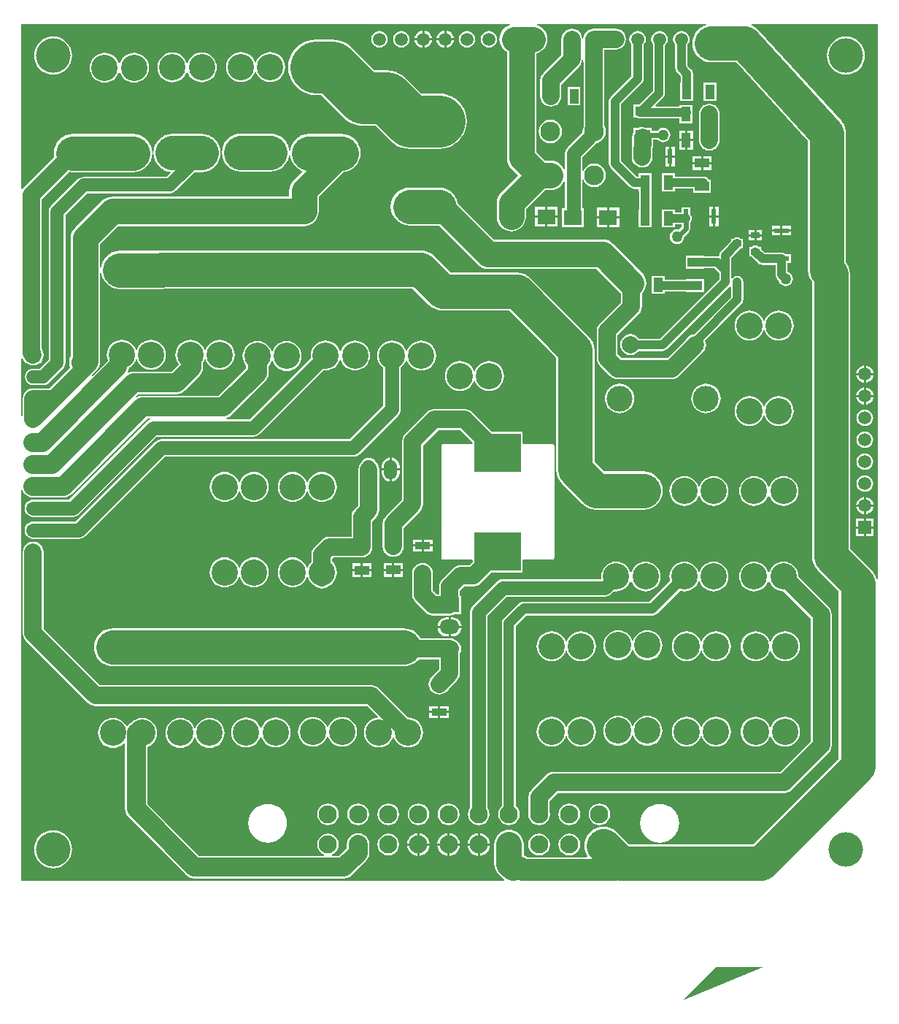
<source format=gtl>
G04*
G04 #@! TF.GenerationSoftware,Altium Limited,Altium Designer,18.0.11 (651)*
G04*
G04 Layer_Physical_Order=1*
G04 Layer_Color=255*
%FSLAX44Y44*%
%MOMM*%
G71*
G01*
G75*
%ADD14R,0.6000X1.7500*%
%ADD15R,1.1000X1.7000*%
%ADD16R,1.7000X1.1000*%
%ADD17R,2.1590X1.7780*%
%ADD18R,1.7500X0.6000*%
%ADD19R,1.0000X0.7000*%
%ADD20R,1.8000X0.8500*%
%ADD21R,5.4000X4.5000*%
%ADD22R,0.2000X0.3000*%
%ADD46C,2.0000*%
%ADD47C,1.0000*%
%ADD48C,0.6000*%
%ADD49C,6.0000*%
%ADD50C,4.0000*%
%ADD51C,3.0000*%
%ADD52C,2.5400*%
%ADD53C,3.0000*%
%ADD54C,2.2000*%
%ADD55C,1.2000*%
%ADD56C,1.6000*%
%ADD57C,1.5000*%
%ADD58R,1.5000X1.5000*%
%ADD59C,1.5000*%
%ADD60C,2.1000*%
%ADD61C,3.0480*%
%ADD62C,2.0000*%
%ADD63C,3.0000*%
%ADD64C,2.3000*%
%ADD65R,1.5000X1.5000*%
%ADD66O,2.2860X1.7000*%
%ADD67R,2.2860X1.7000*%
%ADD68O,1.5240X2.2860*%
%ADD69C,1.2700*%
%ADD70C,4.0000*%
G36*
X1306073Y1757396D02*
X1303232Y1756490D01*
X1299440Y1754393D01*
X1296130Y1751596D01*
X1293429Y1748207D01*
X1291441Y1744356D01*
X1290242Y1740192D01*
X1289879Y1735873D01*
X1290365Y1731567D01*
X1291682Y1727438D01*
X1293779Y1723646D01*
X1296576Y1720336D01*
X1299965Y1717635D01*
X1303816Y1715647D01*
X1307980Y1714448D01*
X1312299Y1714085D01*
X1327496Y1714302D01*
X1327496Y1714302D01*
X1327496Y1714302D01*
X1340607Y1714489D01*
X1423916Y1623001D01*
Y1473517D01*
X1424340Y1469205D01*
X1425598Y1465058D01*
X1427641Y1461236D01*
X1428488Y1460204D01*
X1428488Y1141476D01*
X1428912Y1137163D01*
X1430170Y1133016D01*
X1432213Y1129194D01*
X1434962Y1125844D01*
X1459730Y1101077D01*
Y906993D01*
X1360211Y807474D01*
X1331658Y807474D01*
X1216419Y807475D01*
X1202320Y821574D01*
X1198970Y824323D01*
X1195148Y826366D01*
X1191001Y827624D01*
X1186688Y828048D01*
X1182375Y827624D01*
X1178228Y826366D01*
X1174406Y824323D01*
X1171056Y821574D01*
X1168307Y818224D01*
X1166264Y814402D01*
X1165006Y810255D01*
X1164582Y805942D01*
X1165006Y801629D01*
X1166264Y797482D01*
X1168090Y794067D01*
X1167510Y792797D01*
X1098345D01*
X1097581Y793382D01*
X1094082Y794832D01*
Y807400D01*
X1093754Y810733D01*
X1092782Y813937D01*
X1091203Y816890D01*
X1089079Y819479D01*
X1086490Y821603D01*
X1083537Y823182D01*
X1080333Y824154D01*
X1077000Y824482D01*
X1073667Y824154D01*
X1070463Y823182D01*
X1067510Y821603D01*
X1064921Y819479D01*
X1062797Y816890D01*
X1061218Y813937D01*
X1060246Y810733D01*
X1059918Y807400D01*
Y785074D01*
X1060246Y781741D01*
X1061218Y778537D01*
X1062797Y775584D01*
X1064921Y772995D01*
X1069453Y768463D01*
X1071718Y766604D01*
X1071311Y765334D01*
X511334D01*
Y1218303D01*
X512604Y1218556D01*
X513644Y1216044D01*
X515728Y1213328D01*
X518444Y1211245D01*
X521606Y1209935D01*
X525000Y1209488D01*
X559914D01*
X559914Y1209488D01*
X563308Y1209935D01*
X566470Y1211245D01*
X569186Y1213328D01*
X657195Y1301338D01*
X660746D01*
X660999Y1300068D01*
X659167Y1299309D01*
X657078Y1297706D01*
X566658Y1207286D01*
X525000D01*
X522389Y1206943D01*
X519957Y1205935D01*
X517868Y1204332D01*
X516265Y1202243D01*
X515257Y1199810D01*
X514914Y1197200D01*
X515257Y1194589D01*
X516265Y1192157D01*
X517868Y1190068D01*
X519957Y1188465D01*
X522389Y1187457D01*
X525000Y1187114D01*
X570836D01*
X573447Y1187457D01*
X575879Y1188465D01*
X577968Y1190068D01*
X668388Y1280488D01*
X780542D01*
X783152Y1280831D01*
X785585Y1281839D01*
X787674Y1283442D01*
X861577Y1357345D01*
X864362Y1357071D01*
X867742Y1357404D01*
X870991Y1358389D01*
X873986Y1359990D01*
X876611Y1362144D01*
X878766Y1364770D01*
X880367Y1367765D01*
X880716Y1368917D01*
X882044D01*
X882393Y1367765D01*
X883994Y1364770D01*
X886149Y1362144D01*
X888774Y1359990D01*
X891769Y1358389D01*
X895018Y1357404D01*
X898398Y1357071D01*
X901778Y1357404D01*
X905027Y1358389D01*
X908022Y1359990D01*
X910648Y1362144D01*
X912802Y1364770D01*
X914403Y1367765D01*
X915388Y1371014D01*
X915721Y1374394D01*
X915388Y1377774D01*
X914403Y1381023D01*
X912802Y1384018D01*
X910648Y1386644D01*
X908022Y1388798D01*
X905027Y1390399D01*
X901778Y1391384D01*
X898398Y1391717D01*
X895018Y1391384D01*
X891769Y1390399D01*
X888774Y1388798D01*
X886149Y1386644D01*
X883994Y1384018D01*
X882393Y1381023D01*
X882044Y1379871D01*
X880716D01*
X880367Y1381023D01*
X878766Y1384018D01*
X876611Y1386644D01*
X873986Y1388798D01*
X870991Y1390399D01*
X867742Y1391384D01*
X864362Y1391717D01*
X860982Y1391384D01*
X857733Y1390399D01*
X854738Y1388798D01*
X852113Y1386644D01*
X849958Y1384018D01*
X848357Y1381023D01*
X847372Y1377774D01*
X847039Y1374394D01*
X847313Y1371609D01*
X776364Y1300660D01*
X749488D01*
X749235Y1301930D01*
X752046Y1303094D01*
X754762Y1305178D01*
X794386Y1344802D01*
X796469Y1347518D01*
X797779Y1350680D01*
X798226Y1354074D01*
Y1362434D01*
X799518Y1364008D01*
X801119Y1367003D01*
X801468Y1368155D01*
X802796D01*
X803145Y1367003D01*
X804746Y1364008D01*
X806900Y1361382D01*
X809526Y1359228D01*
X812521Y1357627D01*
X815770Y1356642D01*
X819150Y1356309D01*
X822530Y1356642D01*
X825779Y1357627D01*
X828774Y1359228D01*
X831400Y1361382D01*
X833554Y1364008D01*
X835155Y1367003D01*
X836141Y1370252D01*
X836473Y1373632D01*
X836141Y1377012D01*
X835155Y1380261D01*
X833554Y1383256D01*
X831400Y1385882D01*
X828774Y1388036D01*
X825779Y1389637D01*
X822530Y1390623D01*
X819150Y1390955D01*
X815770Y1390623D01*
X812521Y1389637D01*
X809526Y1388036D01*
X806900Y1385882D01*
X804746Y1383256D01*
X803145Y1380261D01*
X802796Y1379109D01*
X801468D01*
X801119Y1380261D01*
X799518Y1383256D01*
X797364Y1385882D01*
X794738Y1388036D01*
X791743Y1389637D01*
X788494Y1390623D01*
X785114Y1390955D01*
X781734Y1390623D01*
X778485Y1389637D01*
X775490Y1388036D01*
X772865Y1385882D01*
X770710Y1383256D01*
X769109Y1380261D01*
X768123Y1377012D01*
X767791Y1373632D01*
X768123Y1370252D01*
X769109Y1367003D01*
X770710Y1364008D01*
X772002Y1362434D01*
Y1359505D01*
X740059Y1327562D01*
X651764D01*
X651764Y1327562D01*
X648370Y1327115D01*
X645208Y1325806D01*
X644765Y1325466D01*
X643926Y1326423D01*
X647035Y1329532D01*
X691134D01*
X691134Y1329532D01*
X694528Y1329979D01*
X697690Y1331288D01*
X700406Y1333372D01*
X700406Y1333372D01*
X718440Y1351406D01*
X720524Y1354122D01*
X721833Y1357284D01*
X722280Y1360678D01*
Y1366441D01*
X723395Y1368527D01*
X723744Y1369679D01*
X725072D01*
X725421Y1368527D01*
X727022Y1365532D01*
X729176Y1362906D01*
X731802Y1360752D01*
X734797Y1359151D01*
X738046Y1358165D01*
X741426Y1357833D01*
X744806Y1358165D01*
X748055Y1359151D01*
X751050Y1360752D01*
X753676Y1362906D01*
X755830Y1365532D01*
X757431Y1368527D01*
X758417Y1371776D01*
X758749Y1375156D01*
X758417Y1378536D01*
X757431Y1381785D01*
X755830Y1384780D01*
X753676Y1387406D01*
X751050Y1389560D01*
X748055Y1391161D01*
X744806Y1392146D01*
X741426Y1392479D01*
X738046Y1392146D01*
X734797Y1391161D01*
X731802Y1389560D01*
X729176Y1387406D01*
X727022Y1384780D01*
X725421Y1381785D01*
X725072Y1380633D01*
X723744D01*
X723395Y1381785D01*
X721794Y1384780D01*
X719640Y1387406D01*
X717014Y1389560D01*
X714019Y1391161D01*
X710770Y1392146D01*
X707390Y1392479D01*
X704010Y1392146D01*
X700761Y1391161D01*
X697766Y1389560D01*
X695141Y1387406D01*
X692986Y1384780D01*
X691385Y1381785D01*
X690399Y1378536D01*
X690067Y1375156D01*
X690399Y1371776D01*
X691385Y1368527D01*
X692986Y1365532D01*
X694109Y1364163D01*
X685703Y1355756D01*
X641604D01*
X641604Y1355756D01*
X638210Y1355309D01*
X635758Y1354294D01*
X634786Y1355266D01*
X635727Y1357538D01*
X636067Y1360115D01*
X637258Y1360752D01*
X639883Y1362906D01*
X642038Y1365532D01*
X643639Y1368527D01*
X643988Y1369679D01*
X645316D01*
X645665Y1368527D01*
X647266Y1365532D01*
X649420Y1362906D01*
X652046Y1360752D01*
X655041Y1359151D01*
X658290Y1358165D01*
X661670Y1357833D01*
X665050Y1358165D01*
X668299Y1359151D01*
X671294Y1360752D01*
X673920Y1362906D01*
X676074Y1365532D01*
X677675Y1368527D01*
X678661Y1371776D01*
X678993Y1375156D01*
X678661Y1378536D01*
X677675Y1381785D01*
X676074Y1384780D01*
X673920Y1387406D01*
X671294Y1389560D01*
X668299Y1391161D01*
X665050Y1392146D01*
X661670Y1392479D01*
X658290Y1392146D01*
X655041Y1391161D01*
X652046Y1389560D01*
X651746Y1389314D01*
X649350Y1387476D01*
X647512Y1385080D01*
X647266Y1384780D01*
X645665Y1381785D01*
X645316Y1380633D01*
X643988D01*
X643639Y1381785D01*
X642038Y1384780D01*
X639883Y1387406D01*
X637258Y1389560D01*
X634263Y1391161D01*
X631014Y1392146D01*
X627634Y1392479D01*
X624254Y1392146D01*
X621005Y1391161D01*
X618010Y1389560D01*
X615384Y1387406D01*
X613230Y1384780D01*
X611629Y1381785D01*
X610644Y1378536D01*
X610311Y1375156D01*
X610644Y1371776D01*
X611629Y1368527D01*
X611798Y1368211D01*
X594307Y1350721D01*
X593350Y1351560D01*
X594428Y1352964D01*
X594532Y1353216D01*
X596025Y1354441D01*
X597549Y1355965D01*
X599673Y1358554D01*
X601252Y1361507D01*
X602224Y1364711D01*
X602552Y1368044D01*
Y1470075D01*
X603822Y1470137D01*
X603920Y1469141D01*
X605178Y1464994D01*
X607221Y1461172D01*
X609970Y1457822D01*
X613320Y1455073D01*
X617142Y1453030D01*
X621289Y1451772D01*
X625602Y1451348D01*
X673990D01*
X678303Y1451772D01*
X679415Y1452110D01*
X965187D01*
X984620Y1432677D01*
X984620Y1432676D01*
X987970Y1429927D01*
X991792Y1427884D01*
X995939Y1426626D01*
X1000252Y1426202D01*
X1077313D01*
X1131894Y1371621D01*
Y1241728D01*
X1132318Y1237415D01*
X1133576Y1233268D01*
X1135619Y1229446D01*
X1138368Y1226096D01*
X1162318Y1202147D01*
X1162318Y1202146D01*
X1165668Y1199397D01*
X1169490Y1197354D01*
X1173637Y1196096D01*
X1177950Y1195672D01*
X1233272D01*
X1237585Y1196096D01*
X1241732Y1197354D01*
X1245554Y1199397D01*
X1248904Y1202146D01*
X1251653Y1205496D01*
X1253696Y1209318D01*
X1254954Y1213465D01*
X1255378Y1217778D01*
X1254954Y1222091D01*
X1253696Y1226238D01*
X1251653Y1230060D01*
X1248904Y1233410D01*
X1245554Y1236159D01*
X1241732Y1238202D01*
X1237585Y1239460D01*
X1233272Y1239884D01*
X1187107D01*
X1176106Y1250885D01*
Y1380778D01*
X1176106Y1380778D01*
X1175682Y1385091D01*
X1174424Y1389238D01*
X1172381Y1393060D01*
X1169632Y1396410D01*
X1102102Y1463940D01*
X1098752Y1466689D01*
X1094930Y1468732D01*
X1090783Y1469990D01*
X1086470Y1470414D01*
X1009409D01*
X990992Y1488832D01*
X990992Y1488832D01*
X989976Y1489848D01*
X986626Y1492597D01*
X982804Y1494640D01*
X978657Y1495898D01*
X974344Y1496322D01*
X674752D01*
X670439Y1495898D01*
X669328Y1495560D01*
X625602D01*
X621289Y1495136D01*
X617142Y1493878D01*
X613320Y1491835D01*
X609970Y1489086D01*
X607221Y1485736D01*
X605178Y1481914D01*
X603920Y1477767D01*
X603822Y1476771D01*
X602552Y1476833D01*
Y1503208D01*
X623534Y1524190D01*
X839248D01*
X842580Y1524518D01*
X845785Y1525490D01*
X848738Y1527069D01*
X851327Y1529193D01*
X853451Y1531782D01*
X855030Y1534735D01*
X856002Y1537939D01*
X856330Y1541272D01*
Y1558172D01*
X885276Y1587118D01*
X887313Y1587318D01*
X891460Y1588576D01*
X895282Y1590619D01*
X898632Y1593368D01*
X901381Y1596718D01*
X903424Y1600540D01*
X904682Y1604687D01*
X905106Y1609000D01*
X904682Y1613313D01*
X903424Y1617460D01*
X901381Y1621282D01*
X898632Y1624632D01*
X895282Y1627381D01*
X891460Y1629424D01*
X887313Y1630682D01*
X883000Y1631106D01*
X845000D01*
X840687Y1630682D01*
X836540Y1629424D01*
X832718Y1627381D01*
X829368Y1624632D01*
X826619Y1621282D01*
X824576Y1617460D01*
X823318Y1613313D01*
X823217Y1612289D01*
X821941D01*
X821782Y1613911D01*
X820524Y1618058D01*
X818481Y1621880D01*
X815732Y1625230D01*
X812382Y1627979D01*
X808560Y1630022D01*
X804413Y1631280D01*
X800100Y1631704D01*
X766064D01*
X761751Y1631280D01*
X757604Y1630022D01*
X753782Y1627979D01*
X750432Y1625230D01*
X747683Y1621880D01*
X745640Y1618058D01*
X744382Y1613911D01*
X743958Y1609598D01*
X744382Y1605285D01*
X745640Y1601138D01*
X747683Y1597316D01*
X750432Y1593966D01*
X753782Y1591217D01*
X757604Y1589174D01*
X761751Y1587916D01*
X766064Y1587492D01*
X800100D01*
X804413Y1587916D01*
X808560Y1589174D01*
X812382Y1591217D01*
X815732Y1593966D01*
X818481Y1597316D01*
X820524Y1601138D01*
X821782Y1605285D01*
X821882Y1606309D01*
X823159D01*
X823318Y1604687D01*
X824576Y1600540D01*
X826619Y1596718D01*
X829368Y1593368D01*
X832718Y1590619D01*
X836540Y1588576D01*
X836799Y1588498D01*
X837108Y1587266D01*
X827169Y1577327D01*
X825044Y1574738D01*
X823466Y1571785D01*
X822494Y1568580D01*
X822166Y1565248D01*
Y1558354D01*
X616458D01*
X616458Y1558354D01*
X614870Y1558198D01*
X613125Y1558026D01*
X609921Y1557054D01*
X606968Y1555475D01*
X604379Y1553351D01*
X604379Y1553351D01*
X573391Y1522363D01*
X571267Y1519774D01*
X569688Y1516821D01*
X568716Y1513617D01*
X568388Y1510284D01*
Y1373476D01*
X568164Y1373057D01*
X567192Y1369853D01*
X566864Y1366520D01*
X567192Y1363187D01*
X568078Y1360265D01*
X544117Y1336304D01*
X525000D01*
X521867Y1335891D01*
X518948Y1334682D01*
X516441Y1332758D01*
X514518Y1330252D01*
X513309Y1327333D01*
X512896Y1324200D01*
Y1304382D01*
X512604Y1304066D01*
X511334Y1304562D01*
Y1370247D01*
X512604Y1370678D01*
X513919Y1368963D01*
X515500Y1367383D01*
Y1365500D01*
X517668D01*
X518948Y1364518D01*
X521867Y1363309D01*
X525000Y1362896D01*
X528133Y1363309D01*
X531052Y1364518D01*
X532332Y1365500D01*
X534500D01*
Y1367668D01*
X535482Y1368948D01*
X536691Y1371867D01*
X537104Y1375000D01*
X536691Y1378133D01*
X535482Y1381052D01*
X534582Y1382225D01*
Y1555309D01*
X566590Y1587317D01*
X566783Y1587258D01*
X571096Y1586834D01*
X640946D01*
X645259Y1587258D01*
X649406Y1588516D01*
X653228Y1590559D01*
X656578Y1593308D01*
X659327Y1596658D01*
X661370Y1600480D01*
X662628Y1604627D01*
X663052Y1608940D01*
X662628Y1613253D01*
X661370Y1617400D01*
X659327Y1621222D01*
X656578Y1624572D01*
X653228Y1627321D01*
X649406Y1629364D01*
X645259Y1630622D01*
X640946Y1631046D01*
X571096D01*
X566783Y1630622D01*
X562636Y1629364D01*
X558814Y1627321D01*
X555464Y1624572D01*
X552715Y1621222D01*
X550672Y1617400D01*
X549414Y1613253D01*
X548990Y1608940D01*
X549414Y1604627D01*
X549473Y1604434D01*
X513919Y1568880D01*
X512604Y1567166D01*
X511334Y1567597D01*
Y1758666D01*
X1078299D01*
X1078487Y1757396D01*
X1076463Y1756782D01*
X1073510Y1755203D01*
X1070921Y1753079D01*
X1068797Y1750490D01*
X1067218Y1747537D01*
X1066246Y1744333D01*
X1065918Y1741000D01*
X1066246Y1737667D01*
X1067218Y1734463D01*
X1068797Y1731510D01*
X1070921Y1728921D01*
X1073510Y1726797D01*
X1074775Y1726120D01*
Y1603082D01*
X1075104Y1599750D01*
X1076076Y1596545D01*
X1077654Y1593592D01*
X1079779Y1591004D01*
X1087727Y1583055D01*
X1067675Y1563003D01*
X1065551Y1560414D01*
X1063972Y1557461D01*
X1063000Y1554257D01*
X1062672Y1550924D01*
Y1535176D01*
X1063000Y1531843D01*
X1063972Y1528639D01*
X1065551Y1525686D01*
X1067675Y1523097D01*
X1070264Y1520973D01*
X1073217Y1519394D01*
X1076421Y1518422D01*
X1079754Y1518094D01*
X1083087Y1518422D01*
X1086291Y1519394D01*
X1089244Y1520973D01*
X1091833Y1523097D01*
X1093957Y1525686D01*
X1095536Y1528639D01*
X1096508Y1531843D01*
X1096836Y1535176D01*
Y1543848D01*
X1119088Y1566100D01*
X1125220D01*
X1128553Y1566428D01*
X1131757Y1567400D01*
X1134710Y1568979D01*
X1137299Y1571103D01*
X1139423Y1573692D01*
X1140788Y1576244D01*
X1142058Y1575926D01*
Y1545050D01*
X1138587D01*
Y1523270D01*
X1164177D01*
Y1545050D01*
X1162230D01*
Y1577878D01*
X1163500Y1578130D01*
X1164228Y1576374D01*
X1166392Y1573554D01*
X1169212Y1571390D01*
X1172496Y1570029D01*
X1176020Y1569565D01*
X1179544Y1570029D01*
X1182828Y1571390D01*
X1185648Y1573554D01*
X1187812Y1576374D01*
X1189173Y1579658D01*
X1189637Y1583182D01*
X1189173Y1586706D01*
X1187812Y1589990D01*
X1185648Y1592810D01*
X1182828Y1594974D01*
X1179544Y1596335D01*
X1176020Y1596799D01*
X1172496Y1596335D01*
X1169212Y1594974D01*
X1166392Y1592810D01*
X1164228Y1589990D01*
X1163500Y1588234D01*
X1162230Y1588486D01*
Y1604404D01*
X1176802Y1618976D01*
X1178076Y1620636D01*
X1179544Y1620829D01*
X1182828Y1622190D01*
X1185648Y1624354D01*
X1187812Y1627174D01*
X1189173Y1630458D01*
X1189637Y1633982D01*
X1189173Y1637506D01*
X1187812Y1640790D01*
X1187616Y1641047D01*
Y1715712D01*
X1187504Y1716563D01*
Y1728896D01*
X1200800D01*
X1203933Y1729309D01*
X1206852Y1730518D01*
X1209359Y1732442D01*
X1211282Y1734948D01*
X1212491Y1737867D01*
X1212904Y1741000D01*
X1212491Y1744133D01*
X1211282Y1747052D01*
X1209359Y1749559D01*
X1206852Y1751482D01*
X1203933Y1752691D01*
X1200800Y1753104D01*
X1175400D01*
X1172267Y1752691D01*
X1169348Y1751482D01*
X1166842Y1749559D01*
X1164918Y1747052D01*
X1163709Y1744133D01*
X1163341Y1741335D01*
X1162059D01*
X1161691Y1744133D01*
X1160482Y1747052D01*
X1158559Y1749559D01*
X1156052Y1751482D01*
X1153133Y1752691D01*
X1150000Y1753104D01*
X1146867Y1752691D01*
X1143948Y1751482D01*
X1141441Y1749559D01*
X1139518Y1747052D01*
X1138309Y1744133D01*
X1137896Y1741000D01*
Y1723013D01*
X1116942Y1702059D01*
X1115018Y1699552D01*
X1113809Y1696633D01*
X1113397Y1693500D01*
Y1675000D01*
X1113809Y1671867D01*
X1115018Y1668948D01*
X1116942Y1666441D01*
X1118000Y1665629D01*
Y1664500D01*
X1119492D01*
X1122367Y1663309D01*
X1125500Y1662896D01*
X1128633Y1663309D01*
X1131508Y1664500D01*
X1133000D01*
Y1665629D01*
X1134059Y1666441D01*
X1135982Y1668948D01*
X1137191Y1671867D01*
X1137604Y1675000D01*
Y1688486D01*
X1158559Y1709442D01*
X1160482Y1711948D01*
X1161691Y1714867D01*
X1162027Y1717414D01*
X1163297Y1717331D01*
Y1715600D01*
X1163408Y1714749D01*
Y1638812D01*
X1162868Y1637506D01*
X1162403Y1633982D01*
X1162505Y1633208D01*
X1145012Y1615714D01*
X1143409Y1613625D01*
X1142401Y1611192D01*
X1142058Y1608582D01*
Y1590438D01*
X1140788Y1590120D01*
X1139423Y1592672D01*
X1137299Y1595261D01*
X1134710Y1597385D01*
X1131757Y1598964D01*
X1128553Y1599936D01*
X1125220Y1600264D01*
X1118834D01*
X1108940Y1610158D01*
Y1724552D01*
X1111137Y1725218D01*
X1114090Y1726797D01*
X1116679Y1728921D01*
X1118803Y1731510D01*
X1120382Y1734463D01*
X1121354Y1737667D01*
X1121682Y1741000D01*
X1121354Y1744333D01*
X1120382Y1747537D01*
X1118803Y1750490D01*
X1116679Y1753079D01*
X1114090Y1755203D01*
X1111137Y1756782D01*
X1109113Y1757396D01*
X1109301Y1758666D01*
X1305875D01*
X1306073Y1757396D01*
D02*
G37*
G36*
X1504666Y1115136D02*
X1503396Y1114948D01*
X1502260Y1118694D01*
X1500217Y1122516D01*
X1497468Y1125866D01*
X1497467Y1125866D01*
X1472700Y1150633D01*
X1472700Y1468945D01*
X1472276Y1473258D01*
X1471018Y1477405D01*
X1468975Y1481227D01*
X1468128Y1482258D01*
Y1631558D01*
X1467966Y1633202D01*
X1467882Y1634852D01*
X1467755Y1635355D01*
X1467704Y1635870D01*
X1467224Y1637452D01*
X1466819Y1639053D01*
X1466596Y1639521D01*
X1466446Y1640017D01*
X1465667Y1641475D01*
X1464957Y1642967D01*
X1464647Y1643382D01*
X1464403Y1643839D01*
X1463354Y1645117D01*
X1462367Y1646441D01*
X1366593Y1751620D01*
X1366091Y1752072D01*
X1365654Y1752589D01*
X1364485Y1753521D01*
X1363375Y1754522D01*
X1362794Y1754868D01*
X1362265Y1755290D01*
X1360936Y1755976D01*
X1359653Y1756742D01*
X1359015Y1756968D01*
X1358414Y1757278D01*
X1358005Y1757396D01*
X1358184Y1758666D01*
X1504666D01*
Y1115136D01*
D02*
G37*
G36*
X1279652Y627634D02*
X1317117Y665099D01*
X1372362D01*
X1279652Y627634D01*
D02*
G37*
%LPC*%
G36*
X1004270Y1750959D02*
Y1742270D01*
X1012959D01*
X1012782Y1743621D01*
X1011770Y1746063D01*
X1010161Y1748161D01*
X1008063Y1749770D01*
X1005621Y1750782D01*
X1004270Y1750959D01*
D02*
G37*
G36*
X978870D02*
Y1742270D01*
X987559D01*
X987382Y1743621D01*
X986370Y1746063D01*
X984761Y1748161D01*
X982663Y1749770D01*
X980221Y1750782D01*
X978870Y1750959D01*
D02*
G37*
G36*
X1001730Y1750959D02*
X1000379Y1750782D01*
X997937Y1749770D01*
X995839Y1748161D01*
X994230Y1746063D01*
X993218Y1743621D01*
X993041Y1742270D01*
X1001730D01*
Y1750959D01*
D02*
G37*
G36*
X976330D02*
X974979Y1750782D01*
X972537Y1749770D01*
X970439Y1748161D01*
X968830Y1746063D01*
X967818Y1743621D01*
X967641Y1742270D01*
X976330D01*
Y1750959D01*
D02*
G37*
G36*
X1053800Y1750582D02*
X1051320Y1750255D01*
X1049009Y1749298D01*
X1047025Y1747775D01*
X1045502Y1745791D01*
X1044545Y1743480D01*
X1044218Y1741000D01*
X1044545Y1738520D01*
X1045502Y1736209D01*
X1047025Y1734225D01*
X1049009Y1732702D01*
X1051320Y1731745D01*
X1053800Y1731418D01*
X1056280Y1731745D01*
X1058591Y1732702D01*
X1060575Y1734225D01*
X1062098Y1736209D01*
X1063055Y1738520D01*
X1063382Y1741000D01*
X1063055Y1743480D01*
X1062098Y1745791D01*
X1060575Y1747775D01*
X1058591Y1749298D01*
X1056280Y1750255D01*
X1053800Y1750582D01*
D02*
G37*
G36*
X1028400D02*
X1025920Y1750255D01*
X1023609Y1749298D01*
X1021625Y1747775D01*
X1020102Y1745791D01*
X1019145Y1743480D01*
X1018818Y1741000D01*
X1019145Y1738520D01*
X1020102Y1736209D01*
X1021625Y1734225D01*
X1023609Y1732702D01*
X1025920Y1731745D01*
X1028400Y1731418D01*
X1030880Y1731745D01*
X1033191Y1732702D01*
X1035175Y1734225D01*
X1036698Y1736209D01*
X1037655Y1738520D01*
X1037982Y1741000D01*
X1037655Y1743480D01*
X1036698Y1745791D01*
X1035175Y1747775D01*
X1033191Y1749298D01*
X1030880Y1750255D01*
X1028400Y1750582D01*
D02*
G37*
G36*
X952200D02*
X949720Y1750255D01*
X947409Y1749298D01*
X945425Y1747775D01*
X943902Y1745791D01*
X942944Y1743480D01*
X942618Y1741000D01*
X942944Y1738520D01*
X943902Y1736209D01*
X945425Y1734225D01*
X947409Y1732702D01*
X949720Y1731745D01*
X952200Y1731418D01*
X954680Y1731745D01*
X956991Y1732702D01*
X958976Y1734225D01*
X960498Y1736209D01*
X961456Y1738520D01*
X961782Y1741000D01*
X961456Y1743480D01*
X960498Y1745791D01*
X958976Y1747775D01*
X956991Y1749298D01*
X954680Y1750255D01*
X952200Y1750582D01*
D02*
G37*
G36*
X926800D02*
X924320Y1750255D01*
X922009Y1749298D01*
X920025Y1747775D01*
X918502Y1745791D01*
X917544Y1743480D01*
X917218Y1741000D01*
X917544Y1738520D01*
X918502Y1736209D01*
X920025Y1734225D01*
X922009Y1732702D01*
X924320Y1731745D01*
X926800Y1731418D01*
X929280Y1731745D01*
X931591Y1732702D01*
X933576Y1734225D01*
X935098Y1736209D01*
X936056Y1738520D01*
X936382Y1741000D01*
X936056Y1743480D01*
X935098Y1745791D01*
X933576Y1747775D01*
X931591Y1749298D01*
X929280Y1750255D01*
X926800Y1750582D01*
D02*
G37*
G36*
X1001730Y1739730D02*
X993041D01*
X993218Y1738379D01*
X994230Y1735937D01*
X995839Y1733839D01*
X997937Y1732230D01*
X1000379Y1731218D01*
X1001730Y1731041D01*
Y1739730D01*
D02*
G37*
G36*
X976330D02*
X967641D01*
X967818Y1738379D01*
X968830Y1735937D01*
X970439Y1733839D01*
X972537Y1732230D01*
X974979Y1731218D01*
X976330Y1731041D01*
Y1739730D01*
D02*
G37*
G36*
X1012959D02*
X1004270D01*
Y1731041D01*
X1005621Y1731218D01*
X1008063Y1732230D01*
X1010161Y1733839D01*
X1011770Y1735937D01*
X1012782Y1738379D01*
X1012959Y1739730D01*
D02*
G37*
G36*
X987559D02*
X978870D01*
Y1731041D01*
X980221Y1731218D01*
X982663Y1732230D01*
X984761Y1733839D01*
X986370Y1735937D01*
X987382Y1738379D01*
X987559Y1739730D01*
D02*
G37*
G36*
X800100Y1725981D02*
X796720Y1725648D01*
X793471Y1724663D01*
X790476Y1723062D01*
X787850Y1720907D01*
X785696Y1718282D01*
X784095Y1715287D01*
X783746Y1714135D01*
X782418D01*
X782069Y1715287D01*
X780468Y1718282D01*
X778314Y1720907D01*
X775688Y1723062D01*
X772693Y1724663D01*
X769444Y1725648D01*
X766064Y1725981D01*
X762684Y1725648D01*
X759435Y1724663D01*
X756440Y1723062D01*
X753814Y1720907D01*
X751660Y1718282D01*
X750059Y1715287D01*
X749073Y1712038D01*
X748741Y1708658D01*
X749073Y1705278D01*
X750059Y1702029D01*
X751660Y1699034D01*
X753814Y1696409D01*
X756440Y1694254D01*
X759435Y1692653D01*
X762684Y1691667D01*
X766064Y1691335D01*
X769444Y1691667D01*
X772693Y1692653D01*
X775688Y1694254D01*
X778314Y1696409D01*
X780468Y1699034D01*
X782069Y1702029D01*
X782418Y1703181D01*
X783746D01*
X784095Y1702029D01*
X785696Y1699034D01*
X787850Y1696409D01*
X790476Y1694254D01*
X793471Y1692653D01*
X796720Y1691667D01*
X800100Y1691335D01*
X803480Y1691667D01*
X806729Y1692653D01*
X809724Y1694254D01*
X812349Y1696409D01*
X814504Y1699034D01*
X816105Y1702029D01*
X817091Y1705278D01*
X817423Y1708658D01*
X817091Y1712038D01*
X816105Y1715287D01*
X814504Y1718282D01*
X812349Y1720907D01*
X809724Y1723062D01*
X806729Y1724663D01*
X803480Y1725648D01*
X800100Y1725981D01*
D02*
G37*
G36*
X720598Y1725473D02*
X717218Y1725141D01*
X713969Y1724155D01*
X710974Y1722554D01*
X708348Y1720399D01*
X706194Y1717774D01*
X704593Y1714779D01*
X704244Y1713627D01*
X702916D01*
X702567Y1714779D01*
X700966Y1717774D01*
X698811Y1720399D01*
X696186Y1722554D01*
X693191Y1724155D01*
X689942Y1725141D01*
X686562Y1725473D01*
X683182Y1725141D01*
X679933Y1724155D01*
X676938Y1722554D01*
X674313Y1720399D01*
X672158Y1717774D01*
X670557Y1714779D01*
X669572Y1711530D01*
X669239Y1708150D01*
X669572Y1704770D01*
X670557Y1701521D01*
X672158Y1698526D01*
X674313Y1695901D01*
X676938Y1693746D01*
X679933Y1692145D01*
X683182Y1691160D01*
X686562Y1690827D01*
X689942Y1691160D01*
X693191Y1692145D01*
X696186Y1693746D01*
X698811Y1695901D01*
X700966Y1698526D01*
X702567Y1701521D01*
X702916Y1702673D01*
X704244D01*
X704593Y1701521D01*
X706194Y1698526D01*
X708348Y1695901D01*
X710974Y1693746D01*
X713969Y1692145D01*
X717218Y1691160D01*
X720598Y1690827D01*
X723978Y1691160D01*
X727227Y1692145D01*
X730222Y1693746D01*
X732848Y1695901D01*
X735002Y1698526D01*
X736603Y1701521D01*
X737589Y1704770D01*
X737921Y1708150D01*
X737589Y1711530D01*
X736603Y1714779D01*
X735002Y1717774D01*
X732848Y1720399D01*
X730222Y1722554D01*
X727227Y1724155D01*
X723978Y1725141D01*
X720598Y1725473D01*
D02*
G37*
G36*
X642000Y1725323D02*
X638620Y1724991D01*
X635371Y1724005D01*
X632376Y1722404D01*
X629751Y1720249D01*
X627596Y1717624D01*
X625995Y1714629D01*
X625646Y1713477D01*
X624318D01*
X623969Y1714629D01*
X622368Y1717624D01*
X620214Y1720249D01*
X617588Y1722404D01*
X614593Y1724005D01*
X611344Y1724991D01*
X607964Y1725323D01*
X604584Y1724991D01*
X601335Y1724005D01*
X598340Y1722404D01*
X595714Y1720249D01*
X593560Y1717624D01*
X591959Y1714629D01*
X590974Y1711380D01*
X590641Y1708000D01*
X590974Y1704620D01*
X591959Y1701371D01*
X593560Y1698376D01*
X595714Y1695750D01*
X598340Y1693596D01*
X601335Y1691995D01*
X604584Y1691009D01*
X607964Y1690677D01*
X611344Y1691009D01*
X614593Y1691995D01*
X617588Y1693596D01*
X620214Y1695750D01*
X622368Y1698376D01*
X623969Y1701371D01*
X624318Y1702523D01*
X625646D01*
X625995Y1701371D01*
X627596Y1698376D01*
X629751Y1695750D01*
X632376Y1693596D01*
X635371Y1691995D01*
X638620Y1691009D01*
X642000Y1690677D01*
X645380Y1691009D01*
X648629Y1691995D01*
X651624Y1693596D01*
X654249Y1695750D01*
X656404Y1698376D01*
X658005Y1701371D01*
X658991Y1704620D01*
X659323Y1708000D01*
X658991Y1711380D01*
X658005Y1714629D01*
X656404Y1717624D01*
X654249Y1720249D01*
X651624Y1722404D01*
X648629Y1724005D01*
X645380Y1724991D01*
X642000Y1725323D01*
D02*
G37*
G36*
X548000Y1744106D02*
X543687Y1743682D01*
X539540Y1742424D01*
X535718Y1740381D01*
X532368Y1737632D01*
X529619Y1734282D01*
X527576Y1730460D01*
X526318Y1726313D01*
X525894Y1722000D01*
X526318Y1717687D01*
X527576Y1713540D01*
X529619Y1709718D01*
X532368Y1706368D01*
X535718Y1703619D01*
X539540Y1701576D01*
X543687Y1700318D01*
X548000Y1699894D01*
X552313Y1700318D01*
X556460Y1701576D01*
X560282Y1703619D01*
X563632Y1706368D01*
X566381Y1709718D01*
X568424Y1713540D01*
X569682Y1717687D01*
X570106Y1722000D01*
X569682Y1726313D01*
X568424Y1730460D01*
X566381Y1734282D01*
X563632Y1737632D01*
X560282Y1740381D01*
X556460Y1742424D01*
X552313Y1743682D01*
X548000Y1744106D01*
D02*
G37*
G36*
X1318000Y1690500D02*
X1303000D01*
Y1669500D01*
X1318000D01*
Y1690500D01*
D02*
G37*
G36*
X1277000Y1750582D02*
X1274520Y1750255D01*
X1272209Y1749298D01*
X1270225Y1747775D01*
X1268702Y1745791D01*
X1267745Y1743480D01*
X1267418Y1741000D01*
X1267745Y1738520D01*
X1268702Y1736209D01*
X1269940Y1734596D01*
Y1707648D01*
X1270180Y1705821D01*
X1270885Y1704118D01*
X1272008Y1702656D01*
X1276440Y1698224D01*
Y1690500D01*
X1276000D01*
Y1669500D01*
X1291000D01*
Y1690500D01*
X1290560D01*
Y1701149D01*
X1290320Y1702976D01*
X1289615Y1704679D01*
X1288492Y1706141D01*
X1284060Y1710573D01*
Y1734596D01*
X1285298Y1736209D01*
X1286255Y1738520D01*
X1286582Y1741000D01*
X1286255Y1743480D01*
X1285298Y1745791D01*
X1283775Y1747775D01*
X1281791Y1749298D01*
X1279480Y1750255D01*
X1277000Y1750582D01*
D02*
G37*
G36*
X1160000Y1685500D02*
X1145000D01*
Y1664500D01*
X1160000D01*
Y1685500D01*
D02*
G37*
G36*
X1251600Y1750582D02*
X1249120Y1750255D01*
X1246809Y1749298D01*
X1244825Y1747775D01*
X1243302Y1745791D01*
X1242345Y1743480D01*
X1242018Y1741000D01*
X1242345Y1738520D01*
X1243302Y1736209D01*
X1243940Y1735378D01*
Y1680925D01*
X1228015Y1665000D01*
X1221500D01*
Y1650000D01*
X1225321D01*
X1225470Y1649886D01*
X1227173Y1649180D01*
X1229000Y1648940D01*
X1275000D01*
Y1643500D01*
X1290000D01*
Y1655891D01*
X1290014Y1656000D01*
X1290000Y1656109D01*
Y1664500D01*
X1275000D01*
Y1663060D01*
X1247705D01*
X1247219Y1664234D01*
X1255993Y1673008D01*
X1257114Y1674470D01*
X1257820Y1676173D01*
X1258060Y1678000D01*
Y1733983D01*
X1258375Y1734225D01*
X1259898Y1736209D01*
X1260855Y1738520D01*
X1261182Y1741000D01*
X1260855Y1743480D01*
X1259898Y1745791D01*
X1258375Y1747775D01*
X1256391Y1749298D01*
X1254080Y1750255D01*
X1251600Y1750582D01*
D02*
G37*
G36*
X1290540Y1635040D02*
X1283770D01*
Y1625270D01*
X1290540D01*
Y1635040D01*
D02*
G37*
G36*
X1281230D02*
X1274460D01*
Y1625270D01*
X1281230D01*
Y1635040D01*
D02*
G37*
G36*
X1232232Y1639101D02*
X1229092Y1638749D01*
X1227181Y1638000D01*
X1221500D01*
Y1632941D01*
X1220371Y1630356D01*
X1219899Y1627232D01*
X1219477Y1605260D01*
X1219477Y1605259D01*
X1219463Y1604496D01*
X1219815Y1601356D01*
X1220968Y1598414D01*
X1222843Y1595871D01*
X1225312Y1593900D01*
X1228208Y1592635D01*
X1231332Y1592163D01*
X1234472Y1592515D01*
X1237414Y1593668D01*
X1239957Y1595543D01*
X1241928Y1598013D01*
X1243193Y1600908D01*
X1243665Y1604032D01*
X1243680Y1604796D01*
X1243680Y1604796D01*
X1244065Y1624902D01*
X1249387D01*
X1250045Y1624045D01*
X1251789Y1622706D01*
X1253820Y1621865D01*
X1256000Y1621578D01*
X1258180Y1621865D01*
X1260211Y1622706D01*
X1261955Y1624045D01*
X1263294Y1625789D01*
X1264135Y1627820D01*
X1264422Y1630000D01*
X1264135Y1632180D01*
X1263294Y1634211D01*
X1261955Y1635955D01*
X1260211Y1637294D01*
X1258180Y1638135D01*
X1256000Y1638422D01*
X1253820Y1638135D01*
X1251789Y1637294D01*
X1250045Y1635955D01*
X1249387Y1635098D01*
X1242500D01*
Y1638000D01*
X1236796D01*
X1235356Y1638629D01*
X1232232Y1639101D01*
D02*
G37*
G36*
X1125220Y1647599D02*
X1121696Y1647135D01*
X1118412Y1645774D01*
X1115592Y1643610D01*
X1113428Y1640790D01*
X1112067Y1637506D01*
X1111603Y1633982D01*
X1112067Y1630458D01*
X1113428Y1627174D01*
X1115592Y1624354D01*
X1118412Y1622190D01*
X1121696Y1620829D01*
X1125220Y1620365D01*
X1128744Y1620829D01*
X1132028Y1622190D01*
X1134848Y1624354D01*
X1137012Y1627174D01*
X1138372Y1630458D01*
X1138837Y1633982D01*
X1138372Y1637506D01*
X1137012Y1640790D01*
X1134848Y1643610D01*
X1132028Y1645774D01*
X1128744Y1647135D01*
X1125220Y1647599D01*
D02*
G37*
G36*
X871982Y1740503D02*
X852932D01*
X847911Y1740108D01*
X843013Y1738932D01*
X838359Y1737004D01*
X834065Y1734373D01*
X830235Y1731101D01*
X826963Y1727271D01*
X824332Y1722977D01*
X822404Y1718323D01*
X821228Y1713425D01*
X820833Y1708404D01*
X821228Y1703383D01*
X822404Y1698485D01*
X824332Y1693831D01*
X826963Y1689537D01*
X830235Y1685707D01*
X834065Y1682435D01*
X838359Y1679804D01*
X843013Y1677876D01*
X847911Y1676700D01*
X852932Y1676305D01*
X858686D01*
X885099Y1649893D01*
X888929Y1646621D01*
X893223Y1643990D01*
X897877Y1642062D01*
X902775Y1640886D01*
X907796Y1640491D01*
X922138D01*
X939267Y1623363D01*
X943097Y1620091D01*
X947391Y1617460D01*
X952045Y1615532D01*
X956943Y1614356D01*
X961964Y1613961D01*
X996000D01*
X1001021Y1614356D01*
X1005919Y1615532D01*
X1010573Y1617460D01*
X1014867Y1620091D01*
X1018697Y1623363D01*
X1021969Y1627193D01*
X1024600Y1631487D01*
X1026528Y1636141D01*
X1027704Y1641039D01*
X1028099Y1646060D01*
X1027704Y1651081D01*
X1026528Y1655979D01*
X1024600Y1660633D01*
X1021969Y1664927D01*
X1018697Y1668757D01*
X1014867Y1672029D01*
X1010573Y1674660D01*
X1005919Y1676588D01*
X1001021Y1677764D01*
X996000Y1678159D01*
X975260D01*
X958131Y1695287D01*
X954301Y1698559D01*
X950007Y1701190D01*
X945353Y1703118D01*
X940455Y1704294D01*
X935434Y1704689D01*
X921092D01*
X894679Y1731101D01*
X890849Y1734373D01*
X886555Y1737004D01*
X881901Y1738932D01*
X877003Y1740108D01*
X871982Y1740503D01*
D02*
G37*
G36*
X1290540Y1622730D02*
X1283770D01*
Y1612960D01*
X1290540D01*
Y1622730D01*
D02*
G37*
G36*
X1281230D02*
X1274460D01*
Y1612960D01*
X1281230D01*
Y1622730D01*
D02*
G37*
G36*
X1309500Y1666104D02*
X1306367Y1665691D01*
X1303492Y1664500D01*
X1302000D01*
Y1663371D01*
X1300941Y1662558D01*
X1299018Y1660052D01*
X1297809Y1657133D01*
X1297396Y1654000D01*
Y1624000D01*
X1297809Y1620867D01*
X1299018Y1617948D01*
X1300941Y1615441D01*
X1302000Y1614629D01*
Y1613500D01*
X1303492D01*
X1306367Y1612309D01*
X1309500Y1611896D01*
X1312633Y1612309D01*
X1315508Y1613500D01*
X1317000D01*
Y1614629D01*
X1318058Y1615441D01*
X1319982Y1617948D01*
X1321191Y1620867D01*
X1321604Y1624000D01*
Y1654000D01*
X1321191Y1657133D01*
X1319982Y1660052D01*
X1318058Y1662558D01*
X1317000Y1663371D01*
Y1664500D01*
X1315508D01*
X1312633Y1665691D01*
X1309500Y1666104D01*
D02*
G37*
G36*
X1269692Y1616316D02*
X1265422D01*
Y1606296D01*
X1269692D01*
Y1616316D01*
D02*
G37*
G36*
X1262882D02*
X1258612D01*
Y1606296D01*
X1262882D01*
Y1616316D01*
D02*
G37*
G36*
X1312040Y1605540D02*
X1302270D01*
Y1598770D01*
X1312040D01*
Y1605540D01*
D02*
G37*
G36*
X1299730D02*
X1289960D01*
Y1598770D01*
X1299730D01*
Y1605540D01*
D02*
G37*
G36*
X1269692Y1603756D02*
X1265422D01*
Y1593736D01*
X1269692D01*
Y1603756D01*
D02*
G37*
G36*
X1262882D02*
X1258612D01*
Y1593736D01*
X1262882D01*
Y1603756D01*
D02*
G37*
G36*
X1312040Y1596230D02*
X1302270D01*
Y1589460D01*
X1312040D01*
Y1596230D01*
D02*
G37*
G36*
X1299730D02*
X1289960D01*
Y1589460D01*
X1299730D01*
Y1596230D01*
D02*
G37*
G36*
X1269664Y1585300D02*
X1254664D01*
Y1564300D01*
X1269664D01*
Y1567740D01*
X1290500D01*
Y1563000D01*
X1311500D01*
Y1578000D01*
X1309251D01*
X1309115Y1578330D01*
X1307993Y1579792D01*
X1306530Y1580914D01*
X1304827Y1581620D01*
X1303000Y1581860D01*
X1269664D01*
Y1585300D01*
D02*
G37*
G36*
X1287198Y1546180D02*
X1277198D01*
Y1540204D01*
X1269664D01*
Y1543644D01*
X1254664D01*
Y1522644D01*
X1269664D01*
Y1526084D01*
X1276902D01*
Y1523112D01*
X1273955Y1520165D01*
X1272000Y1520422D01*
X1269820Y1520135D01*
X1267789Y1519294D01*
X1266045Y1517955D01*
X1264706Y1516211D01*
X1263865Y1514180D01*
X1263578Y1512000D01*
X1263865Y1509820D01*
X1264706Y1507789D01*
X1266045Y1506045D01*
X1267789Y1504706D01*
X1269820Y1503865D01*
X1272000Y1503578D01*
X1274180Y1503865D01*
X1276211Y1504706D01*
X1277955Y1506045D01*
X1279294Y1507789D01*
X1280135Y1509820D01*
X1280422Y1512000D01*
X1280397Y1512188D01*
X1285605Y1517395D01*
X1286710Y1519049D01*
X1287098Y1521000D01*
Y1524680D01*
X1287198D01*
Y1528419D01*
X1288114Y1529614D01*
X1288820Y1531317D01*
X1289060Y1533144D01*
X1288820Y1534971D01*
X1288114Y1536674D01*
X1287198Y1537869D01*
Y1546180D01*
D02*
G37*
G36*
X1320238Y1546720D02*
X1315968D01*
Y1536700D01*
X1320238D01*
Y1546720D01*
D02*
G37*
G36*
X1313428D02*
X1309158D01*
Y1536700D01*
X1313428D01*
Y1546720D01*
D02*
G37*
G36*
X1133729Y1546606D02*
X1121664D01*
Y1536446D01*
X1133729D01*
Y1546606D01*
D02*
G37*
G36*
X1119124D02*
X1107059D01*
Y1536446D01*
X1119124D01*
Y1546606D01*
D02*
G37*
G36*
X1205357Y1545590D02*
X1193292D01*
Y1535430D01*
X1205357D01*
Y1545590D01*
D02*
G37*
G36*
X1190752D02*
X1178687D01*
Y1535430D01*
X1190752D01*
Y1545590D01*
D02*
G37*
G36*
X1320238Y1534160D02*
X1315968D01*
Y1524140D01*
X1320238D01*
Y1534160D01*
D02*
G37*
G36*
X1313428D02*
X1309158D01*
Y1524140D01*
X1313428D01*
Y1534160D01*
D02*
G37*
G36*
X1133729Y1533906D02*
X1121664D01*
Y1523746D01*
X1133729D01*
Y1533906D01*
D02*
G37*
G36*
X1119124D02*
X1107059D01*
Y1523746D01*
X1119124D01*
Y1533906D01*
D02*
G37*
G36*
X1205357Y1532890D02*
X1193292D01*
Y1522730D01*
X1205357D01*
Y1532890D01*
D02*
G37*
G36*
X1190752D02*
X1178687D01*
Y1522730D01*
X1190752D01*
Y1532890D01*
D02*
G37*
G36*
X1226200Y1750582D02*
X1223720Y1750255D01*
X1221409Y1749298D01*
X1219425Y1747775D01*
X1217902Y1745791D01*
X1216945Y1743480D01*
X1216618Y1741000D01*
X1216945Y1738520D01*
X1217902Y1736209D01*
X1219140Y1734596D01*
Y1698125D01*
X1195007Y1673992D01*
X1193885Y1672530D01*
X1193180Y1670827D01*
X1192940Y1669000D01*
Y1597000D01*
X1193180Y1595173D01*
X1193885Y1593470D01*
X1195007Y1592008D01*
X1217507Y1569508D01*
X1218970Y1568385D01*
X1220673Y1567680D01*
X1222500Y1567440D01*
X1227664D01*
Y1564300D01*
X1228104D01*
Y1543644D01*
X1227664D01*
Y1522644D01*
X1242664D01*
Y1543644D01*
X1242224D01*
Y1564300D01*
X1242664D01*
Y1585300D01*
X1227664D01*
Y1581560D01*
X1225424D01*
X1207060Y1599924D01*
Y1666075D01*
X1231192Y1690208D01*
X1232315Y1691670D01*
X1233020Y1693373D01*
X1233260Y1695200D01*
Y1734596D01*
X1234498Y1736209D01*
X1235455Y1738520D01*
X1235782Y1741000D01*
X1235455Y1743480D01*
X1234498Y1745791D01*
X1232975Y1747775D01*
X1230991Y1749298D01*
X1228680Y1750255D01*
X1226200Y1750582D01*
D02*
G37*
G36*
X1404480Y1524454D02*
X1394460D01*
Y1520184D01*
X1404480D01*
Y1524454D01*
D02*
G37*
G36*
X1391920D02*
X1381900D01*
Y1520184D01*
X1391920D01*
Y1524454D01*
D02*
G37*
G36*
X1370336Y1519728D02*
X1364066D01*
Y1514958D01*
X1370336D01*
Y1519728D01*
D02*
G37*
G36*
X1361526D02*
X1355256D01*
Y1514958D01*
X1361526D01*
Y1519728D01*
D02*
G37*
G36*
X1404480Y1517644D02*
X1394460D01*
Y1513374D01*
X1404480D01*
Y1517644D01*
D02*
G37*
G36*
X1391920D02*
X1381900D01*
Y1513374D01*
X1391920D01*
Y1517644D01*
D02*
G37*
G36*
X1370336Y1512418D02*
X1364066D01*
Y1507648D01*
X1370336D01*
Y1512418D01*
D02*
G37*
G36*
X1361526D02*
X1355256D01*
Y1507648D01*
X1361526D01*
Y1512418D01*
D02*
G37*
G36*
X1362796Y1501748D02*
X1360969Y1501508D01*
X1359266Y1500802D01*
X1358465Y1500188D01*
X1355796D01*
Y1495147D01*
X1355736Y1494688D01*
X1355796Y1494229D01*
Y1489188D01*
X1358311D01*
X1366078Y1481422D01*
X1367540Y1480300D01*
X1369243Y1479594D01*
X1371070Y1479354D01*
X1386130D01*
Y1468120D01*
X1386370Y1466293D01*
X1387076Y1464590D01*
X1388198Y1463128D01*
X1389831Y1461494D01*
X1389881Y1461114D01*
X1390722Y1459083D01*
X1392061Y1457339D01*
X1393805Y1456000D01*
X1395836Y1455159D01*
X1398016Y1454872D01*
X1400196Y1455159D01*
X1402227Y1456000D01*
X1403971Y1457339D01*
X1405310Y1459083D01*
X1406151Y1461114D01*
X1406438Y1463294D01*
X1406151Y1465474D01*
X1405310Y1467505D01*
X1403971Y1469249D01*
X1402227Y1470588D01*
X1400250Y1471407D01*
Y1481414D01*
X1403940D01*
Y1491414D01*
X1398173D01*
X1396720Y1492529D01*
X1395017Y1493234D01*
X1393190Y1493474D01*
X1373994D01*
X1369796Y1497673D01*
Y1500188D01*
X1367127D01*
X1366326Y1500802D01*
X1364623Y1501508D01*
X1362796Y1501748D01*
D02*
G37*
G36*
X1257434Y1466682D02*
X1242434D01*
Y1445682D01*
X1257434D01*
Y1448322D01*
X1282360D01*
Y1447882D01*
X1303360D01*
Y1462882D01*
X1282360D01*
Y1462442D01*
X1257434D01*
Y1466682D01*
D02*
G37*
G36*
X1390036Y1426383D02*
X1386656Y1426051D01*
X1383407Y1425065D01*
X1380412Y1423464D01*
X1377787Y1421310D01*
X1375632Y1418684D01*
X1374031Y1415689D01*
X1373682Y1414537D01*
X1372354D01*
X1372005Y1415689D01*
X1370404Y1418684D01*
X1368250Y1421310D01*
X1365624Y1423464D01*
X1362629Y1425065D01*
X1359380Y1426051D01*
X1356000Y1426383D01*
X1352620Y1426051D01*
X1349371Y1425065D01*
X1346376Y1423464D01*
X1343750Y1421310D01*
X1341596Y1418684D01*
X1339995Y1415689D01*
X1339010Y1412440D01*
X1338677Y1409060D01*
X1339010Y1405680D01*
X1339995Y1402431D01*
X1341596Y1399436D01*
X1343750Y1396810D01*
X1346376Y1394656D01*
X1349371Y1393055D01*
X1352620Y1392070D01*
X1356000Y1391737D01*
X1359380Y1392070D01*
X1362629Y1393055D01*
X1365624Y1394656D01*
X1368250Y1396810D01*
X1370404Y1399436D01*
X1372005Y1402431D01*
X1372354Y1403583D01*
X1373682D01*
X1374031Y1402431D01*
X1375632Y1399436D01*
X1377787Y1396810D01*
X1380412Y1394656D01*
X1383407Y1393055D01*
X1386656Y1392070D01*
X1390036Y1391737D01*
X1393416Y1392070D01*
X1396665Y1393055D01*
X1399660Y1394656D01*
X1402285Y1396810D01*
X1404440Y1399436D01*
X1406041Y1402431D01*
X1407027Y1405680D01*
X1407359Y1409060D01*
X1407027Y1412440D01*
X1406041Y1415689D01*
X1404440Y1418684D01*
X1402285Y1421310D01*
X1399660Y1423464D01*
X1396665Y1425065D01*
X1393416Y1426051D01*
X1390036Y1426383D01*
D02*
G37*
G36*
X975360Y1391463D02*
X971980Y1391131D01*
X968731Y1390145D01*
X965736Y1388544D01*
X963111Y1386389D01*
X960956Y1383764D01*
X959355Y1380769D01*
X959006Y1379617D01*
X957678D01*
X957329Y1380769D01*
X955728Y1383764D01*
X953574Y1386389D01*
X950948Y1388544D01*
X947953Y1390145D01*
X944704Y1391131D01*
X941324Y1391463D01*
X937944Y1391131D01*
X934695Y1390145D01*
X931700Y1388544D01*
X929074Y1386389D01*
X926920Y1383764D01*
X925319Y1380769D01*
X924333Y1377520D01*
X924001Y1374140D01*
X924333Y1370760D01*
X925319Y1367511D01*
X926920Y1364516D01*
X929074Y1361891D01*
X931238Y1360115D01*
Y1316088D01*
X892442Y1277292D01*
X673608D01*
X670997Y1276949D01*
X668565Y1275941D01*
X666476Y1274338D01*
X574024Y1181886D01*
X525000D01*
X522389Y1181543D01*
X519957Y1180535D01*
X517868Y1178932D01*
X516265Y1176843D01*
X515257Y1174410D01*
X514914Y1171800D01*
X515257Y1169190D01*
X516265Y1166757D01*
X517868Y1164668D01*
X519957Y1163065D01*
X522389Y1162057D01*
X525000Y1161714D01*
X578202D01*
X580812Y1162057D01*
X583245Y1163065D01*
X585334Y1164668D01*
X677786Y1257120D01*
X896620D01*
X899230Y1257463D01*
X901663Y1258471D01*
X903752Y1260074D01*
X948456Y1304778D01*
X950059Y1306867D01*
X951067Y1309299D01*
X951410Y1311910D01*
Y1360115D01*
X953574Y1361891D01*
X955728Y1364516D01*
X957329Y1367511D01*
X957678Y1368663D01*
X959006D01*
X959355Y1367511D01*
X960956Y1364516D01*
X963111Y1361891D01*
X965736Y1359736D01*
X968731Y1358135D01*
X971980Y1357150D01*
X975360Y1356817D01*
X978740Y1357150D01*
X981989Y1358135D01*
X984984Y1359736D01*
X987609Y1361891D01*
X989764Y1364516D01*
X991365Y1367511D01*
X992350Y1370760D01*
X992683Y1374140D01*
X992350Y1377520D01*
X991365Y1380769D01*
X989764Y1383764D01*
X987609Y1386389D01*
X984984Y1388544D01*
X981989Y1390145D01*
X978740Y1391131D01*
X975360Y1391463D01*
D02*
G37*
G36*
X1054100Y1367841D02*
X1050720Y1367509D01*
X1047471Y1366523D01*
X1044476Y1364922D01*
X1041851Y1362767D01*
X1039696Y1360142D01*
X1038095Y1357147D01*
X1037746Y1355995D01*
X1036418D01*
X1036069Y1357147D01*
X1034468Y1360142D01*
X1032314Y1362767D01*
X1029688Y1364922D01*
X1026693Y1366523D01*
X1023444Y1367509D01*
X1020064Y1367841D01*
X1016684Y1367509D01*
X1013435Y1366523D01*
X1010440Y1364922D01*
X1007814Y1362767D01*
X1005660Y1360142D01*
X1004059Y1357147D01*
X1003074Y1353898D01*
X1002741Y1350518D01*
X1003074Y1347138D01*
X1004059Y1343889D01*
X1005660Y1340894D01*
X1007814Y1338268D01*
X1010440Y1336114D01*
X1013435Y1334513D01*
X1016684Y1333528D01*
X1020064Y1333195D01*
X1023444Y1333528D01*
X1026693Y1334513D01*
X1029688Y1336114D01*
X1032314Y1338268D01*
X1034468Y1340894D01*
X1036069Y1343889D01*
X1036418Y1345041D01*
X1037746D01*
X1038095Y1343889D01*
X1039696Y1340894D01*
X1041851Y1338268D01*
X1044476Y1336114D01*
X1047471Y1334513D01*
X1050720Y1333528D01*
X1054100Y1333195D01*
X1057480Y1333528D01*
X1060729Y1334513D01*
X1063724Y1336114D01*
X1066349Y1338268D01*
X1068504Y1340894D01*
X1070105Y1343889D01*
X1071090Y1347138D01*
X1071423Y1350518D01*
X1071090Y1353898D01*
X1070105Y1357147D01*
X1068504Y1360142D01*
X1066349Y1362767D01*
X1063724Y1364922D01*
X1060729Y1366523D01*
X1057480Y1367509D01*
X1054100Y1367841D01*
D02*
G37*
G36*
X996000Y1569106D02*
X961964D01*
X957651Y1568682D01*
X953504Y1567424D01*
X949682Y1565381D01*
X946332Y1562632D01*
X943583Y1559282D01*
X941540Y1555460D01*
X940282Y1551313D01*
X939858Y1547000D01*
X940282Y1542687D01*
X941540Y1538540D01*
X943583Y1534718D01*
X946332Y1531368D01*
X949682Y1528619D01*
X953504Y1526576D01*
X957651Y1525318D01*
X961964Y1524894D01*
X995520D01*
X1040751Y1479663D01*
X1043340Y1477539D01*
X1046293Y1475960D01*
X1049497Y1474988D01*
X1052830Y1474660D01*
X1178596D01*
X1207096Y1446160D01*
Y1436213D01*
X1182441Y1411559D01*
X1180518Y1409052D01*
X1179309Y1406133D01*
X1178896Y1403000D01*
Y1371000D01*
X1179309Y1367867D01*
X1180518Y1364948D01*
X1182441Y1362442D01*
X1194442Y1350441D01*
X1196948Y1348518D01*
X1199867Y1347309D01*
X1203000Y1346896D01*
X1266000D01*
X1269133Y1347309D01*
X1272052Y1348518D01*
X1274558Y1350441D01*
X1302106Y1377990D01*
X1304030Y1380496D01*
X1305239Y1383415D01*
X1305652Y1386548D01*
X1305239Y1389681D01*
X1304485Y1391500D01*
X1346992Y1434008D01*
X1348114Y1435470D01*
X1348820Y1437173D01*
X1349060Y1439000D01*
Y1459396D01*
X1348820Y1461223D01*
X1348114Y1462926D01*
X1346992Y1464388D01*
X1345530Y1465511D01*
X1343827Y1466216D01*
X1342000Y1466456D01*
X1340173Y1466216D01*
X1338470Y1465511D01*
X1337008Y1464388D01*
X1336330Y1463506D01*
X1335060Y1463937D01*
Y1473000D01*
Y1487467D01*
X1346281Y1498688D01*
X1348796D01*
Y1503729D01*
X1348856Y1504188D01*
X1348796Y1504647D01*
Y1509688D01*
X1346127D01*
X1345326Y1510302D01*
X1343623Y1511008D01*
X1341796Y1511248D01*
X1339969Y1511008D01*
X1338266Y1510302D01*
X1337465Y1509688D01*
X1334796D01*
Y1507173D01*
X1323008Y1495385D01*
X1321886Y1493922D01*
X1321180Y1492219D01*
X1320940Y1490392D01*
Y1490271D01*
X1319670Y1489304D01*
X1318618Y1489442D01*
X1303360D01*
Y1489882D01*
X1282360D01*
Y1474882D01*
X1303360D01*
Y1475322D01*
X1315694D01*
X1320940Y1470076D01*
Y1462321D01*
X1252227Y1393608D01*
X1228055D01*
X1226559Y1395558D01*
X1224052Y1397482D01*
X1221133Y1398691D01*
X1218000Y1399104D01*
X1214867Y1398691D01*
X1211948Y1397482D01*
X1209442Y1395558D01*
X1207518Y1393052D01*
X1206309Y1390133D01*
X1205896Y1387000D01*
X1206309Y1383867D01*
X1207518Y1380948D01*
X1209442Y1378441D01*
X1211948Y1376518D01*
X1214867Y1375309D01*
X1218000Y1374896D01*
X1221133Y1375309D01*
X1224052Y1376518D01*
X1226559Y1378441D01*
X1227361Y1379488D01*
X1255152D01*
X1256979Y1379728D01*
X1258682Y1380434D01*
X1260145Y1381556D01*
X1332033Y1453444D01*
X1333452D01*
Y1454019D01*
X1333670Y1454175D01*
X1334940Y1453522D01*
Y1441924D01*
X1291985Y1398970D01*
X1289867Y1398691D01*
X1286948Y1397482D01*
X1284442Y1395558D01*
X1282518Y1393052D01*
X1282223Y1392340D01*
X1260987Y1371104D01*
X1208014D01*
X1203104Y1376013D01*
Y1397986D01*
X1227758Y1422641D01*
X1229682Y1425148D01*
X1230891Y1428067D01*
X1231304Y1431200D01*
Y1446165D01*
X1233403Y1448724D01*
X1234982Y1451677D01*
X1235954Y1454881D01*
X1236282Y1458214D01*
X1235954Y1461547D01*
X1234982Y1464751D01*
X1233403Y1467704D01*
X1231279Y1470293D01*
X1197751Y1503821D01*
X1195162Y1505945D01*
X1192209Y1507524D01*
X1189005Y1508496D01*
X1185672Y1508824D01*
X1059906D01*
X1017711Y1551019D01*
X1017682Y1551313D01*
X1016424Y1555460D01*
X1014381Y1559282D01*
X1011632Y1562632D01*
X1008282Y1565381D01*
X1004460Y1567424D01*
X1000313Y1568682D01*
X996000Y1569106D01*
D02*
G37*
G36*
X720344Y1631196D02*
X686562D01*
X682249Y1630772D01*
X678102Y1629514D01*
X674280Y1627471D01*
X670930Y1624722D01*
X668181Y1621372D01*
X666138Y1617550D01*
X664880Y1613403D01*
X664456Y1609090D01*
X664880Y1604777D01*
X666138Y1600630D01*
X668181Y1596808D01*
X670930Y1593458D01*
X674280Y1590709D01*
X678102Y1588666D01*
X682249Y1587408D01*
X683839Y1587252D01*
X684267Y1586056D01*
X679545Y1581334D01*
X583438D01*
X580958Y1581008D01*
X578647Y1580050D01*
X576662Y1578527D01*
X545928Y1547793D01*
X544406Y1545809D01*
X543448Y1543498D01*
X543122Y1541018D01*
Y1369473D01*
X532831Y1359182D01*
X525000D01*
X522520Y1358855D01*
X520209Y1357898D01*
X518224Y1356375D01*
X516702Y1354391D01*
X515745Y1352080D01*
X515418Y1349600D01*
X515745Y1347120D01*
X516702Y1344809D01*
X518224Y1342825D01*
X520209Y1341302D01*
X522520Y1340345D01*
X525000Y1340018D01*
X536800D01*
X539280Y1340345D01*
X541591Y1341302D01*
X543575Y1342825D01*
X559479Y1358729D01*
X561002Y1360713D01*
X561959Y1363024D01*
X562286Y1365504D01*
Y1537049D01*
X587407Y1562170D01*
X683514D01*
X685994Y1562496D01*
X688305Y1563454D01*
X690289Y1564977D01*
X712297Y1586984D01*
X720344D01*
X724657Y1587408D01*
X728804Y1588666D01*
X732626Y1590709D01*
X735976Y1593458D01*
X738725Y1596808D01*
X740768Y1600630D01*
X742026Y1604777D01*
X742450Y1609090D01*
X742026Y1613403D01*
X740768Y1617550D01*
X738725Y1621372D01*
X735976Y1624722D01*
X732626Y1627471D01*
X728804Y1629514D01*
X724657Y1630772D01*
X720344Y1631196D01*
D02*
G37*
G36*
X1390036Y1327323D02*
X1386656Y1326991D01*
X1383407Y1326005D01*
X1380412Y1324404D01*
X1377787Y1322249D01*
X1375632Y1319624D01*
X1374031Y1316629D01*
X1373682Y1315477D01*
X1372354D01*
X1372005Y1316629D01*
X1370404Y1319624D01*
X1368250Y1322249D01*
X1365624Y1324404D01*
X1362629Y1326005D01*
X1359380Y1326991D01*
X1356000Y1327323D01*
X1352620Y1326991D01*
X1349371Y1326005D01*
X1346376Y1324404D01*
X1343750Y1322249D01*
X1341596Y1319624D01*
X1339995Y1316629D01*
X1339010Y1313380D01*
X1338677Y1310000D01*
X1339010Y1306620D01*
X1339995Y1303371D01*
X1341596Y1300376D01*
X1343750Y1297751D01*
X1346376Y1295596D01*
X1349371Y1293995D01*
X1352620Y1293009D01*
X1356000Y1292677D01*
X1359380Y1293009D01*
X1362629Y1293995D01*
X1365624Y1295596D01*
X1368250Y1297751D01*
X1370404Y1300376D01*
X1372005Y1303371D01*
X1372354Y1304523D01*
X1373682D01*
X1374031Y1303371D01*
X1375632Y1300376D01*
X1377787Y1297751D01*
X1380412Y1295596D01*
X1383407Y1293995D01*
X1386656Y1293009D01*
X1390036Y1292677D01*
X1393416Y1293009D01*
X1396665Y1293995D01*
X1399660Y1295596D01*
X1402285Y1297751D01*
X1404440Y1300376D01*
X1406041Y1303371D01*
X1407027Y1306620D01*
X1407359Y1310000D01*
X1407027Y1313380D01*
X1406041Y1316629D01*
X1404440Y1319624D01*
X1402285Y1322249D01*
X1399660Y1324404D01*
X1396665Y1326005D01*
X1393416Y1326991D01*
X1390036Y1327323D01*
D02*
G37*
G36*
X1305500Y1341582D02*
X1302167Y1341254D01*
X1298963Y1340282D01*
X1296010Y1338703D01*
X1293421Y1336579D01*
X1291297Y1333990D01*
X1289718Y1331037D01*
X1288746Y1327833D01*
X1288418Y1324500D01*
X1288746Y1321167D01*
X1289718Y1317963D01*
X1291297Y1315010D01*
X1293421Y1312421D01*
X1296010Y1310297D01*
X1298963Y1308718D01*
X1302167Y1307746D01*
X1305500Y1307418D01*
X1308833Y1307746D01*
X1312037Y1308718D01*
X1314990Y1310297D01*
X1317579Y1312421D01*
X1319703Y1315010D01*
X1321282Y1317963D01*
X1322254Y1321167D01*
X1322582Y1324500D01*
X1322254Y1327833D01*
X1321282Y1331037D01*
X1319703Y1333990D01*
X1317579Y1336579D01*
X1314990Y1338703D01*
X1312037Y1340282D01*
X1308833Y1341254D01*
X1305500Y1341582D01*
D02*
G37*
G36*
X1205500D02*
X1202167Y1341254D01*
X1198963Y1340282D01*
X1196010Y1338703D01*
X1193421Y1336579D01*
X1191297Y1333990D01*
X1189718Y1331037D01*
X1188746Y1327833D01*
X1188418Y1324500D01*
X1188746Y1321167D01*
X1189718Y1317963D01*
X1191297Y1315010D01*
X1193421Y1312421D01*
X1196010Y1310297D01*
X1198963Y1308718D01*
X1202167Y1307746D01*
X1205500Y1307418D01*
X1208833Y1307746D01*
X1212037Y1308718D01*
X1214990Y1310297D01*
X1217579Y1312421D01*
X1219703Y1315010D01*
X1221282Y1317963D01*
X1222254Y1321167D01*
X1222582Y1324500D01*
X1222254Y1327833D01*
X1221282Y1331037D01*
X1219703Y1333990D01*
X1217579Y1336579D01*
X1214990Y1338703D01*
X1212037Y1340282D01*
X1208833Y1341254D01*
X1205500Y1341582D01*
D02*
G37*
G36*
X1025658Y1312103D02*
X990000D01*
X986867Y1311691D01*
X983948Y1310482D01*
X981441Y1308559D01*
X956641Y1283759D01*
X954718Y1281252D01*
X953509Y1278333D01*
X953096Y1275200D01*
Y1242060D01*
Y1207214D01*
X934035Y1188152D01*
X932112Y1185646D01*
X930903Y1182727D01*
X930490Y1179594D01*
Y1152944D01*
X930903Y1149811D01*
X932094Y1146936D01*
Y1145444D01*
X933223D01*
X934035Y1144386D01*
X936542Y1142462D01*
X939461Y1141253D01*
X942594Y1140840D01*
X945727Y1141253D01*
X948646Y1142462D01*
X951152Y1144386D01*
X951965Y1145444D01*
X953094D01*
Y1146936D01*
X954285Y1149811D01*
X954698Y1152944D01*
Y1174581D01*
X973758Y1193642D01*
X975682Y1196148D01*
X976891Y1199067D01*
X977304Y1202200D01*
Y1242060D01*
Y1270187D01*
X995013Y1287896D01*
X1020645D01*
X1035006Y1273535D01*
Y1272433D01*
X1034874Y1272233D01*
X1033736Y1271489D01*
X1033526Y1271531D01*
X1000506D01*
X999726Y1271376D01*
X999064Y1270934D01*
X998622Y1270272D01*
X998467Y1269492D01*
Y1139952D01*
X998622Y1139172D01*
X999064Y1138510D01*
X999726Y1138068D01*
X1000506Y1137913D01*
X1033526D01*
X1033836Y1137974D01*
X1034920Y1137306D01*
X1035106Y1137075D01*
Y1135069D01*
X1031141Y1131104D01*
X1021000D01*
X1017867Y1130691D01*
X1014948Y1129482D01*
X1012441Y1127559D01*
X999567Y1114685D01*
X997644Y1112178D01*
X996435Y1109259D01*
X996022Y1106126D01*
Y1097192D01*
X993925D01*
X988988Y1102130D01*
Y1121670D01*
X988575Y1124803D01*
X987884Y1126471D01*
Y1127920D01*
X987214D01*
X985443Y1130229D01*
X982936Y1132152D01*
X980017Y1133361D01*
X976884Y1133774D01*
X973751Y1133361D01*
X970832Y1132152D01*
X968326Y1130229D01*
X966554Y1127920D01*
X965884D01*
Y1126471D01*
X965193Y1124803D01*
X964780Y1121670D01*
Y1097116D01*
X965193Y1093983D01*
X966402Y1091064D01*
X968326Y1088558D01*
X980353Y1076529D01*
X982860Y1074606D01*
X985779Y1073397D01*
X988912Y1072984D01*
X1008126D01*
X1011259Y1073397D01*
X1014134Y1074588D01*
X1021556D01*
Y1095588D01*
X1020230D01*
Y1101113D01*
X1026013Y1106896D01*
X1036154D01*
X1039287Y1107309D01*
X1042206Y1108518D01*
X1044713Y1110442D01*
X1056723Y1122452D01*
X1093106D01*
Y1137057D01*
X1094376Y1137935D01*
X1094486Y1137913D01*
X1127506D01*
X1128286Y1138068D01*
X1128948Y1138510D01*
X1129390Y1139172D01*
X1129545Y1139952D01*
Y1269492D01*
X1129390Y1270272D01*
X1128948Y1270934D01*
X1128286Y1271376D01*
X1127506Y1271531D01*
X1094486D01*
X1094276Y1271489D01*
X1093138Y1272233D01*
X1093006Y1272433D01*
Y1286152D01*
X1056623D01*
X1034217Y1308559D01*
X1031710Y1310482D01*
X1028791Y1311691D01*
X1025658Y1312103D01*
D02*
G37*
G36*
X941070Y1255950D02*
Y1243330D01*
X950048D01*
Y1245870D01*
X949698Y1248522D01*
X948675Y1250994D01*
X947046Y1253116D01*
X944924Y1254745D01*
X942452Y1255769D01*
X941070Y1255950D01*
D02*
G37*
G36*
X938530D02*
X937148Y1255769D01*
X934676Y1254745D01*
X932554Y1253116D01*
X930925Y1250994D01*
X929902Y1248522D01*
X929552Y1245870D01*
Y1243330D01*
X938530D01*
Y1255950D01*
D02*
G37*
G36*
X950048Y1240790D02*
X941070D01*
Y1228169D01*
X942452Y1228352D01*
X944924Y1229375D01*
X947046Y1231004D01*
X948675Y1233126D01*
X949698Y1235598D01*
X950048Y1238250D01*
Y1240790D01*
D02*
G37*
G36*
X938530D02*
X929552D01*
Y1238250D01*
X929902Y1235598D01*
X930925Y1233126D01*
X932554Y1231004D01*
X934676Y1229375D01*
X937148Y1228352D01*
X938530Y1228169D01*
Y1240790D01*
D02*
G37*
G36*
X860036Y1239383D02*
X856656Y1239051D01*
X853407Y1238065D01*
X850412Y1236464D01*
X847786Y1234309D01*
X845632Y1231684D01*
X844031Y1228689D01*
X843682Y1227537D01*
X842354D01*
X842005Y1228689D01*
X840404Y1231684D01*
X838250Y1234309D01*
X835624Y1236464D01*
X832629Y1238065D01*
X829380Y1239051D01*
X826000Y1239383D01*
X822620Y1239051D01*
X819371Y1238065D01*
X816376Y1236464D01*
X813751Y1234309D01*
X811596Y1231684D01*
X809995Y1228689D01*
X809009Y1225440D01*
X808677Y1222060D01*
X809009Y1218680D01*
X809995Y1215431D01*
X811596Y1212436D01*
X813751Y1209810D01*
X816376Y1207656D01*
X819371Y1206055D01*
X822620Y1205069D01*
X826000Y1204737D01*
X829380Y1205069D01*
X832629Y1206055D01*
X835624Y1207656D01*
X838250Y1209810D01*
X840404Y1212436D01*
X842005Y1215431D01*
X842354Y1216583D01*
X843682D01*
X844031Y1215431D01*
X845632Y1212436D01*
X847786Y1209810D01*
X850412Y1207656D01*
X853407Y1206055D01*
X856656Y1205069D01*
X860036Y1204737D01*
X863416Y1205069D01*
X866665Y1206055D01*
X869660Y1207656D01*
X872286Y1209810D01*
X874440Y1212436D01*
X876041Y1215431D01*
X877027Y1218680D01*
X877359Y1222060D01*
X877027Y1225440D01*
X876041Y1228689D01*
X874440Y1231684D01*
X872286Y1234309D01*
X869660Y1236464D01*
X866665Y1238065D01*
X863416Y1239051D01*
X860036Y1239383D01*
D02*
G37*
G36*
X781000D02*
X777620Y1239051D01*
X774371Y1238065D01*
X771376Y1236464D01*
X768751Y1234309D01*
X766596Y1231684D01*
X764995Y1228689D01*
X764646Y1227537D01*
X763318D01*
X762969Y1228689D01*
X761368Y1231684D01*
X759213Y1234309D01*
X756588Y1236464D01*
X753593Y1238065D01*
X750344Y1239051D01*
X746964Y1239383D01*
X743584Y1239051D01*
X740335Y1238065D01*
X737340Y1236464D01*
X734715Y1234309D01*
X732560Y1231684D01*
X730959Y1228689D01*
X729973Y1225440D01*
X729641Y1222060D01*
X729973Y1218680D01*
X730959Y1215431D01*
X732560Y1212436D01*
X734715Y1209810D01*
X737340Y1207656D01*
X740335Y1206055D01*
X743584Y1205069D01*
X746964Y1204737D01*
X750344Y1205069D01*
X753593Y1206055D01*
X756588Y1207656D01*
X759213Y1209810D01*
X761368Y1212436D01*
X762969Y1215431D01*
X763318Y1216583D01*
X764646D01*
X764995Y1215431D01*
X766596Y1212436D01*
X768751Y1209810D01*
X771376Y1207656D01*
X774371Y1206055D01*
X777620Y1205069D01*
X781000Y1204737D01*
X784380Y1205069D01*
X787629Y1206055D01*
X790624Y1207656D01*
X793250Y1209810D01*
X795404Y1212436D01*
X797005Y1215431D01*
X797990Y1218680D01*
X798323Y1222060D01*
X797990Y1225440D01*
X797005Y1228689D01*
X795404Y1231684D01*
X793250Y1234309D01*
X790624Y1236464D01*
X787629Y1238065D01*
X784380Y1239051D01*
X781000Y1239383D01*
D02*
G37*
G36*
X1395504Y1234383D02*
X1392124Y1234051D01*
X1388875Y1233065D01*
X1385880Y1231464D01*
X1383255Y1229309D01*
X1381100Y1226684D01*
X1379499Y1223689D01*
X1379150Y1222537D01*
X1377822D01*
X1377473Y1223689D01*
X1375872Y1226684D01*
X1373717Y1229309D01*
X1371092Y1231464D01*
X1368097Y1233065D01*
X1364848Y1234051D01*
X1361468Y1234383D01*
X1358088Y1234051D01*
X1354839Y1233065D01*
X1351844Y1231464D01*
X1349218Y1229309D01*
X1347064Y1226684D01*
X1345463Y1223689D01*
X1344477Y1220440D01*
X1344145Y1217060D01*
X1344477Y1213680D01*
X1345463Y1210431D01*
X1347064Y1207436D01*
X1349218Y1204810D01*
X1351844Y1202656D01*
X1354839Y1201055D01*
X1358088Y1200070D01*
X1361468Y1199737D01*
X1364848Y1200070D01*
X1368097Y1201055D01*
X1371092Y1202656D01*
X1373717Y1204810D01*
X1375872Y1207436D01*
X1377473Y1210431D01*
X1377822Y1211583D01*
X1379150D01*
X1379499Y1210431D01*
X1381100Y1207436D01*
X1383255Y1204810D01*
X1385880Y1202656D01*
X1388875Y1201055D01*
X1392124Y1200070D01*
X1395504Y1199737D01*
X1398884Y1200070D01*
X1402133Y1201055D01*
X1405128Y1202656D01*
X1407753Y1204810D01*
X1409908Y1207436D01*
X1411509Y1210431D01*
X1412495Y1213680D01*
X1412827Y1217060D01*
X1412495Y1220440D01*
X1411509Y1223689D01*
X1409908Y1226684D01*
X1407753Y1229309D01*
X1405128Y1231464D01*
X1402133Y1233065D01*
X1398884Y1234051D01*
X1395504Y1234383D01*
D02*
G37*
G36*
X1314504D02*
X1311124Y1234051D01*
X1307875Y1233065D01*
X1304880Y1231464D01*
X1302254Y1229309D01*
X1300100Y1226684D01*
X1298499Y1223689D01*
X1298150Y1222537D01*
X1296822D01*
X1296473Y1223689D01*
X1294872Y1226684D01*
X1292717Y1229309D01*
X1290092Y1231464D01*
X1287097Y1233065D01*
X1283848Y1234051D01*
X1280468Y1234383D01*
X1277088Y1234051D01*
X1273839Y1233065D01*
X1270844Y1231464D01*
X1268219Y1229309D01*
X1266064Y1226684D01*
X1264463Y1223689D01*
X1263477Y1220440D01*
X1263145Y1217060D01*
X1263477Y1213680D01*
X1264463Y1210431D01*
X1266064Y1207436D01*
X1268219Y1204810D01*
X1270844Y1202656D01*
X1273839Y1201055D01*
X1277088Y1200070D01*
X1280468Y1199737D01*
X1283848Y1200070D01*
X1287097Y1201055D01*
X1290092Y1202656D01*
X1292717Y1204810D01*
X1294872Y1207436D01*
X1296473Y1210431D01*
X1296822Y1211583D01*
X1298150D01*
X1298499Y1210431D01*
X1300100Y1207436D01*
X1302254Y1204810D01*
X1304880Y1202656D01*
X1307875Y1201055D01*
X1311124Y1200070D01*
X1314504Y1199737D01*
X1317884Y1200070D01*
X1321133Y1201055D01*
X1324128Y1202656D01*
X1326754Y1204810D01*
X1328908Y1207436D01*
X1330509Y1210431D01*
X1331494Y1213680D01*
X1331827Y1217060D01*
X1331494Y1220440D01*
X1330509Y1223689D01*
X1328908Y1226684D01*
X1326754Y1229309D01*
X1324128Y1231464D01*
X1321133Y1233065D01*
X1317884Y1234051D01*
X1314504Y1234383D01*
D02*
G37*
G36*
X988424Y1160960D02*
X978154D01*
Y1155440D01*
X988424D01*
Y1160960D01*
D02*
G37*
G36*
X975614D02*
X965344D01*
Y1155440D01*
X975614D01*
Y1160960D01*
D02*
G37*
G36*
X988424Y1152900D02*
X978154D01*
Y1147380D01*
X988424D01*
Y1152900D01*
D02*
G37*
G36*
X975614D02*
X965344D01*
Y1147380D01*
X975614D01*
Y1152900D01*
D02*
G37*
G36*
X914400Y1255573D02*
X911889Y1255242D01*
X909548Y1254273D01*
X907539Y1252731D01*
X906027Y1250761D01*
X905842Y1250619D01*
X903918Y1248112D01*
X902709Y1245193D01*
X902296Y1242060D01*
Y1200414D01*
X897713Y1195831D01*
X895790Y1193324D01*
X894581Y1190405D01*
X894168Y1187272D01*
Y1164286D01*
X868182D01*
X865049Y1163873D01*
X862130Y1162664D01*
X859623Y1160741D01*
X851486Y1152602D01*
X849562Y1150096D01*
X848353Y1147177D01*
X847940Y1144044D01*
Y1135376D01*
X847786Y1135249D01*
X845632Y1132624D01*
X844031Y1129629D01*
X843682Y1128477D01*
X842354D01*
X842005Y1129629D01*
X840404Y1132624D01*
X838250Y1135249D01*
X835624Y1137404D01*
X832629Y1139005D01*
X829380Y1139990D01*
X826000Y1140323D01*
X822620Y1139990D01*
X819371Y1139005D01*
X816376Y1137404D01*
X813751Y1135249D01*
X811596Y1132624D01*
X809995Y1129629D01*
X809009Y1126380D01*
X808677Y1123000D01*
X809009Y1119620D01*
X809995Y1116371D01*
X811596Y1113376D01*
X813751Y1110751D01*
X816376Y1108596D01*
X819371Y1106995D01*
X822620Y1106009D01*
X826000Y1105677D01*
X829380Y1106009D01*
X832629Y1106995D01*
X835624Y1108596D01*
X838250Y1110751D01*
X840404Y1113376D01*
X842005Y1116371D01*
X842354Y1117523D01*
X843682D01*
X844031Y1116371D01*
X845632Y1113376D01*
X847786Y1110751D01*
X850412Y1108596D01*
X851160Y1108196D01*
X851486Y1107772D01*
X853992Y1105848D01*
X856911Y1104639D01*
X860044Y1104226D01*
X863177Y1104639D01*
X866096Y1105848D01*
X868603Y1107772D01*
X868940Y1108211D01*
X869660Y1108596D01*
X872286Y1110751D01*
X874440Y1113376D01*
X876041Y1116371D01*
X877027Y1119620D01*
X877359Y1123000D01*
X877027Y1126380D01*
X876041Y1129629D01*
X874440Y1132624D01*
X872286Y1135249D01*
X872148Y1135363D01*
Y1139031D01*
X873195Y1140078D01*
X906272D01*
X909405Y1140491D01*
X912324Y1141700D01*
X914830Y1143624D01*
X915643Y1144682D01*
X916772D01*
Y1146174D01*
X917963Y1149049D01*
X918376Y1152182D01*
Y1182259D01*
X922959Y1186842D01*
X924882Y1189348D01*
X926091Y1192267D01*
X926504Y1195400D01*
Y1242060D01*
X926091Y1245193D01*
X924882Y1248112D01*
X922959Y1250619D01*
X922773Y1250761D01*
X921261Y1252731D01*
X919251Y1254273D01*
X916911Y1255242D01*
X914400Y1255573D01*
D02*
G37*
G36*
X781000Y1140323D02*
X777620Y1139990D01*
X774371Y1139005D01*
X771376Y1137404D01*
X768751Y1135249D01*
X766596Y1132624D01*
X764995Y1129629D01*
X764646Y1128477D01*
X763318D01*
X762969Y1129629D01*
X761368Y1132624D01*
X759213Y1135249D01*
X756588Y1137404D01*
X753593Y1139005D01*
X750344Y1139990D01*
X746964Y1140323D01*
X743584Y1139990D01*
X740335Y1139005D01*
X737340Y1137404D01*
X734715Y1135249D01*
X732560Y1132624D01*
X730959Y1129629D01*
X729973Y1126380D01*
X729641Y1123000D01*
X729973Y1119620D01*
X730959Y1116371D01*
X732560Y1113376D01*
X734715Y1110751D01*
X737340Y1108596D01*
X740335Y1106995D01*
X743584Y1106009D01*
X746964Y1105677D01*
X750344Y1106009D01*
X753593Y1106995D01*
X756588Y1108596D01*
X759213Y1110751D01*
X761368Y1113376D01*
X762969Y1116371D01*
X763318Y1117523D01*
X764646D01*
X764995Y1116371D01*
X766596Y1113376D01*
X768751Y1110751D01*
X771376Y1108596D01*
X774371Y1106995D01*
X777620Y1106009D01*
X781000Y1105677D01*
X784380Y1106009D01*
X787629Y1106995D01*
X790624Y1108596D01*
X793250Y1110751D01*
X795404Y1113376D01*
X797005Y1116371D01*
X797990Y1119620D01*
X798323Y1123000D01*
X797990Y1126380D01*
X797005Y1129629D01*
X795404Y1132624D01*
X793250Y1135249D01*
X790624Y1137404D01*
X787629Y1139005D01*
X784380Y1139990D01*
X781000Y1140323D01*
D02*
G37*
G36*
X953634Y1133984D02*
X943864D01*
Y1127214D01*
X953634D01*
Y1133984D01*
D02*
G37*
G36*
X941324D02*
X931554D01*
Y1127214D01*
X941324D01*
Y1133984D01*
D02*
G37*
G36*
X917312Y1133222D02*
X907542D01*
Y1126452D01*
X917312D01*
Y1133222D01*
D02*
G37*
G36*
X905002D02*
X895232D01*
Y1126452D01*
X905002D01*
Y1133222D01*
D02*
G37*
G36*
X1395504Y1135323D02*
X1392124Y1134990D01*
X1388875Y1134005D01*
X1385880Y1132404D01*
X1383255Y1130249D01*
X1381100Y1127624D01*
X1379499Y1124629D01*
X1379150Y1123477D01*
X1377822D01*
X1377473Y1124629D01*
X1375872Y1127624D01*
X1373717Y1130249D01*
X1371092Y1132404D01*
X1368097Y1134005D01*
X1364848Y1134990D01*
X1361468Y1135323D01*
X1358088Y1134990D01*
X1354839Y1134005D01*
X1351844Y1132404D01*
X1349218Y1130249D01*
X1347064Y1127624D01*
X1345463Y1124629D01*
X1344477Y1121380D01*
X1344145Y1118000D01*
X1344477Y1114620D01*
X1345463Y1111371D01*
X1347064Y1108376D01*
X1349218Y1105751D01*
X1351844Y1103596D01*
X1354839Y1101995D01*
X1358088Y1101010D01*
X1361468Y1100677D01*
X1364848Y1101010D01*
X1368097Y1101995D01*
X1371092Y1103596D01*
X1373717Y1105751D01*
X1375872Y1108376D01*
X1377473Y1111371D01*
X1377822Y1112523D01*
X1379150D01*
X1379499Y1111371D01*
X1381100Y1108376D01*
X1383255Y1105751D01*
X1385880Y1103596D01*
X1388875Y1101995D01*
X1392124Y1101010D01*
X1395504Y1100677D01*
X1395692Y1100695D01*
X1427314Y1069072D01*
Y927431D01*
X1391335Y891452D01*
X1128776D01*
X1125643Y891039D01*
X1122724Y889830D01*
X1120218Y887906D01*
X1103441Y871131D01*
X1101518Y868624D01*
X1100309Y865705D01*
X1099896Y862572D01*
Y845844D01*
X1099822Y845663D01*
X1099392Y842400D01*
X1099822Y839137D01*
X1101081Y836096D01*
X1103085Y833485D01*
X1105696Y831481D01*
X1108737Y830222D01*
X1112000Y829792D01*
X1115263Y830222D01*
X1118304Y831481D01*
X1120915Y833485D01*
X1122919Y836096D01*
X1124178Y839137D01*
X1124608Y842400D01*
X1124178Y845663D01*
X1124104Y845844D01*
Y857559D01*
X1133790Y867244D01*
X1396348D01*
X1399481Y867657D01*
X1402400Y868866D01*
X1404906Y870789D01*
X1447977Y913859D01*
X1449900Y916366D01*
X1451109Y919285D01*
X1451522Y922418D01*
Y1074086D01*
X1451109Y1077219D01*
X1449900Y1080138D01*
X1447977Y1082645D01*
X1412809Y1117812D01*
X1412827Y1118000D01*
X1412495Y1121380D01*
X1411509Y1124629D01*
X1409908Y1127624D01*
X1407753Y1130249D01*
X1405128Y1132404D01*
X1402133Y1134005D01*
X1398884Y1134990D01*
X1395504Y1135323D01*
D02*
G37*
G36*
X1314504D02*
X1311124Y1134990D01*
X1307875Y1134005D01*
X1304880Y1132404D01*
X1302254Y1130249D01*
X1300100Y1127624D01*
X1298499Y1124629D01*
X1298150Y1123477D01*
X1296822D01*
X1296473Y1124629D01*
X1294872Y1127624D01*
X1292717Y1130249D01*
X1290092Y1132404D01*
X1287097Y1134005D01*
X1283848Y1134990D01*
X1280468Y1135323D01*
X1277088Y1134990D01*
X1273839Y1134005D01*
X1270844Y1132404D01*
X1268219Y1130249D01*
X1266064Y1127624D01*
X1264463Y1124629D01*
X1263477Y1121380D01*
X1263145Y1118000D01*
X1263477Y1114620D01*
X1263989Y1112933D01*
X1240150Y1089093D01*
X1093978D01*
X1091890Y1088818D01*
X1089943Y1088012D01*
X1088272Y1086730D01*
X1071294Y1069752D01*
X1070012Y1068081D01*
X1069206Y1066134D01*
X1068931Y1064046D01*
Y851964D01*
X1068085Y851315D01*
X1066081Y848704D01*
X1064822Y845663D01*
X1064392Y842400D01*
X1064822Y839137D01*
X1066081Y836096D01*
X1068085Y833485D01*
X1070696Y831481D01*
X1073737Y830222D01*
X1077000Y829792D01*
X1080263Y830222D01*
X1083304Y831481D01*
X1085915Y833485D01*
X1087919Y836096D01*
X1089178Y839137D01*
X1089608Y842400D01*
X1089178Y845663D01*
X1087919Y848704D01*
X1085915Y851315D01*
X1085069Y851964D01*
Y1060704D01*
X1097320Y1072955D01*
X1243492D01*
X1245580Y1073230D01*
X1247526Y1074036D01*
X1249198Y1075318D01*
X1275401Y1101521D01*
X1277088Y1101010D01*
X1280468Y1100677D01*
X1283848Y1101010D01*
X1287097Y1101995D01*
X1290092Y1103596D01*
X1292717Y1105751D01*
X1294872Y1108376D01*
X1296473Y1111371D01*
X1296822Y1112523D01*
X1298150D01*
X1298499Y1111371D01*
X1300100Y1108376D01*
X1302254Y1105751D01*
X1304880Y1103596D01*
X1307875Y1101995D01*
X1311124Y1101010D01*
X1314504Y1100677D01*
X1317884Y1101010D01*
X1321133Y1101995D01*
X1324128Y1103596D01*
X1326754Y1105751D01*
X1328908Y1108376D01*
X1330509Y1111371D01*
X1331494Y1114620D01*
X1331827Y1118000D01*
X1331494Y1121380D01*
X1330509Y1124629D01*
X1328908Y1127624D01*
X1326754Y1130249D01*
X1324128Y1132404D01*
X1321133Y1134005D01*
X1317884Y1134990D01*
X1314504Y1135323D01*
D02*
G37*
G36*
X1235504D02*
X1232124Y1134990D01*
X1228875Y1134005D01*
X1225880Y1132404D01*
X1223254Y1130249D01*
X1221100Y1127624D01*
X1219499Y1124629D01*
X1219150Y1123477D01*
X1217822D01*
X1217473Y1124629D01*
X1215872Y1127624D01*
X1213717Y1130249D01*
X1211092Y1132404D01*
X1208097Y1134005D01*
X1204848Y1134990D01*
X1201468Y1135323D01*
X1198088Y1134990D01*
X1194839Y1134005D01*
X1191844Y1132404D01*
X1189219Y1130249D01*
X1187064Y1127624D01*
X1185463Y1124629D01*
X1184477Y1121380D01*
X1184145Y1118000D01*
X1184322Y1116202D01*
X1183211Y1114986D01*
X1069848D01*
X1067237Y1114643D01*
X1064805Y1113635D01*
X1062716Y1112032D01*
X1034868Y1084184D01*
X1033265Y1082095D01*
X1032257Y1079662D01*
X1031914Y1077052D01*
Y849789D01*
X1031081Y848704D01*
X1029822Y845663D01*
X1029392Y842400D01*
X1029822Y839137D01*
X1031081Y836096D01*
X1033085Y833485D01*
X1035696Y831481D01*
X1038737Y830222D01*
X1042000Y829792D01*
X1045263Y830222D01*
X1048304Y831481D01*
X1050915Y833485D01*
X1052919Y836096D01*
X1054178Y839137D01*
X1054608Y842400D01*
X1054178Y845663D01*
X1052919Y848704D01*
X1052086Y849789D01*
Y1072874D01*
X1074026Y1094814D01*
X1188368D01*
X1190978Y1095157D01*
X1193411Y1096165D01*
X1195500Y1097768D01*
X1198683Y1100951D01*
X1201468Y1100677D01*
X1204848Y1101010D01*
X1208097Y1101995D01*
X1211092Y1103596D01*
X1213717Y1105751D01*
X1215872Y1108376D01*
X1217473Y1111371D01*
X1217822Y1112523D01*
X1219150D01*
X1219499Y1111371D01*
X1221100Y1108376D01*
X1223254Y1105751D01*
X1225880Y1103596D01*
X1228875Y1101995D01*
X1232124Y1101010D01*
X1235504Y1100677D01*
X1238884Y1101010D01*
X1242133Y1101995D01*
X1245128Y1103596D01*
X1247754Y1105751D01*
X1249908Y1108376D01*
X1251509Y1111371D01*
X1252495Y1114620D01*
X1252827Y1118000D01*
X1252495Y1121380D01*
X1251509Y1124629D01*
X1249908Y1127624D01*
X1247754Y1130249D01*
X1245128Y1132404D01*
X1242133Y1134005D01*
X1238884Y1134990D01*
X1235504Y1135323D01*
D02*
G37*
G36*
X953634Y1124674D02*
X943864D01*
Y1117904D01*
X953634D01*
Y1124674D01*
D02*
G37*
G36*
X941324D02*
X931554D01*
Y1117904D01*
X941324D01*
Y1124674D01*
D02*
G37*
G36*
X917312Y1123912D02*
X907542D01*
Y1117142D01*
X917312D01*
Y1123912D01*
D02*
G37*
G36*
X905002D02*
X895232D01*
Y1117142D01*
X905002D01*
Y1123912D01*
D02*
G37*
G36*
X1011056Y1070823D02*
X1009396D01*
Y1060958D01*
X1022024D01*
X1021812Y1062570D01*
X1020699Y1065256D01*
X1018930Y1067562D01*
X1016624Y1069331D01*
X1013938Y1070444D01*
X1011056Y1070823D01*
D02*
G37*
G36*
X1006856D02*
X1005196D01*
X1002314Y1070444D01*
X999628Y1069331D01*
X997322Y1067562D01*
X995553Y1065256D01*
X994440Y1062570D01*
X994228Y1060958D01*
X1006856D01*
Y1070823D01*
D02*
G37*
G36*
X1022024Y1058418D02*
X1009396D01*
Y1048553D01*
X1011056D01*
X1013938Y1048932D01*
X1016624Y1050045D01*
X1018930Y1051814D01*
X1020699Y1054120D01*
X1021812Y1056806D01*
X1022024Y1058418D01*
D02*
G37*
G36*
X1006856D02*
X994228D01*
X994440Y1056806D01*
X995553Y1054120D01*
X997322Y1051814D01*
X999628Y1050045D01*
X1002314Y1048932D01*
X1005196Y1048553D01*
X1006856D01*
Y1058418D01*
D02*
G37*
G36*
X1237742Y1055675D02*
X1234362Y1055342D01*
X1231113Y1054357D01*
X1228118Y1052756D01*
X1225492Y1050602D01*
X1223338Y1047976D01*
X1221737Y1044981D01*
X1221388Y1043829D01*
X1220060D01*
X1219711Y1044981D01*
X1218110Y1047976D01*
X1215956Y1050602D01*
X1213330Y1052756D01*
X1210335Y1054357D01*
X1207086Y1055342D01*
X1203706Y1055675D01*
X1200326Y1055342D01*
X1197077Y1054357D01*
X1194082Y1052756D01*
X1191457Y1050602D01*
X1189302Y1047976D01*
X1187701Y1044981D01*
X1186715Y1041732D01*
X1186383Y1038352D01*
X1186715Y1034972D01*
X1187701Y1031723D01*
X1189302Y1028728D01*
X1191457Y1026103D01*
X1194082Y1023948D01*
X1197077Y1022347D01*
X1200326Y1021361D01*
X1203706Y1021029D01*
X1207086Y1021361D01*
X1210335Y1022347D01*
X1213330Y1023948D01*
X1215956Y1026103D01*
X1218110Y1028728D01*
X1219711Y1031723D01*
X1220060Y1032875D01*
X1221388D01*
X1221737Y1031723D01*
X1223338Y1028728D01*
X1225492Y1026103D01*
X1228118Y1023948D01*
X1231113Y1022347D01*
X1234362Y1021361D01*
X1237742Y1021029D01*
X1241122Y1021361D01*
X1244371Y1022347D01*
X1247366Y1023948D01*
X1249992Y1026103D01*
X1252146Y1028728D01*
X1253747Y1031723D01*
X1254733Y1034972D01*
X1255065Y1038352D01*
X1254733Y1041732D01*
X1253747Y1044981D01*
X1252146Y1047976D01*
X1249992Y1050602D01*
X1247366Y1052756D01*
X1244371Y1054357D01*
X1241122Y1055342D01*
X1237742Y1055675D01*
D02*
G37*
G36*
X1397254Y1054659D02*
X1393874Y1054326D01*
X1390625Y1053341D01*
X1387630Y1051740D01*
X1385004Y1049585D01*
X1382850Y1046960D01*
X1381249Y1043965D01*
X1380900Y1042813D01*
X1379572D01*
X1379223Y1043965D01*
X1377622Y1046960D01*
X1375468Y1049585D01*
X1372842Y1051740D01*
X1369847Y1053341D01*
X1366598Y1054326D01*
X1363218Y1054659D01*
X1359838Y1054326D01*
X1356589Y1053341D01*
X1353594Y1051740D01*
X1350968Y1049585D01*
X1348814Y1046960D01*
X1347213Y1043965D01*
X1346228Y1040716D01*
X1345895Y1037336D01*
X1346228Y1033956D01*
X1347213Y1030707D01*
X1348814Y1027712D01*
X1350968Y1025087D01*
X1353594Y1022932D01*
X1356589Y1021331D01*
X1359838Y1020346D01*
X1363218Y1020013D01*
X1366598Y1020346D01*
X1369847Y1021331D01*
X1372842Y1022932D01*
X1375468Y1025087D01*
X1377622Y1027712D01*
X1379223Y1030707D01*
X1379572Y1031859D01*
X1380900D01*
X1381249Y1030707D01*
X1382850Y1027712D01*
X1385004Y1025087D01*
X1387630Y1022932D01*
X1390625Y1021331D01*
X1393874Y1020346D01*
X1397254Y1020013D01*
X1400634Y1020346D01*
X1403883Y1021331D01*
X1406878Y1022932D01*
X1409503Y1025087D01*
X1411658Y1027712D01*
X1413259Y1030707D01*
X1414245Y1033956D01*
X1414577Y1037336D01*
X1414245Y1040716D01*
X1413259Y1043965D01*
X1411658Y1046960D01*
X1409503Y1049585D01*
X1406878Y1051740D01*
X1403883Y1053341D01*
X1400634Y1054326D01*
X1397254Y1054659D01*
D02*
G37*
G36*
X1317244D02*
X1313864Y1054326D01*
X1310615Y1053341D01*
X1307620Y1051740D01*
X1304995Y1049585D01*
X1302840Y1046960D01*
X1301239Y1043965D01*
X1300890Y1042813D01*
X1299562D01*
X1299213Y1043965D01*
X1297612Y1046960D01*
X1295457Y1049585D01*
X1292832Y1051740D01*
X1289837Y1053341D01*
X1286588Y1054326D01*
X1283208Y1054659D01*
X1279828Y1054326D01*
X1276579Y1053341D01*
X1273584Y1051740D01*
X1270958Y1049585D01*
X1268804Y1046960D01*
X1267203Y1043965D01*
X1266217Y1040716D01*
X1265885Y1037336D01*
X1266217Y1033956D01*
X1267203Y1030707D01*
X1268804Y1027712D01*
X1270958Y1025087D01*
X1273584Y1022932D01*
X1276579Y1021331D01*
X1279828Y1020346D01*
X1283208Y1020013D01*
X1286588Y1020346D01*
X1289837Y1021331D01*
X1292832Y1022932D01*
X1295457Y1025087D01*
X1297612Y1027712D01*
X1299213Y1030707D01*
X1299562Y1031859D01*
X1300890D01*
X1301239Y1030707D01*
X1302840Y1027712D01*
X1304995Y1025087D01*
X1307620Y1022932D01*
X1310615Y1021331D01*
X1313864Y1020346D01*
X1317244Y1020013D01*
X1320624Y1020346D01*
X1323873Y1021331D01*
X1326868Y1022932D01*
X1329494Y1025087D01*
X1331648Y1027712D01*
X1333249Y1030707D01*
X1334234Y1033956D01*
X1334567Y1037336D01*
X1334234Y1040716D01*
X1333249Y1043965D01*
X1331648Y1046960D01*
X1329494Y1049585D01*
X1326868Y1051740D01*
X1323873Y1053341D01*
X1320624Y1054326D01*
X1317244Y1054659D01*
D02*
G37*
G36*
X1160526D02*
X1157146Y1054326D01*
X1153897Y1053341D01*
X1150902Y1051740D01*
X1148277Y1049585D01*
X1146122Y1046960D01*
X1144521Y1043965D01*
X1144172Y1042813D01*
X1142844D01*
X1142495Y1043965D01*
X1140894Y1046960D01*
X1138739Y1049585D01*
X1136114Y1051740D01*
X1133119Y1053341D01*
X1129870Y1054326D01*
X1126490Y1054659D01*
X1123110Y1054326D01*
X1119861Y1053341D01*
X1116866Y1051740D01*
X1114240Y1049585D01*
X1112086Y1046960D01*
X1110485Y1043965D01*
X1109500Y1040716D01*
X1109167Y1037336D01*
X1109500Y1033956D01*
X1110485Y1030707D01*
X1112086Y1027712D01*
X1114240Y1025087D01*
X1116866Y1022932D01*
X1119861Y1021331D01*
X1123110Y1020346D01*
X1126490Y1020013D01*
X1129870Y1020346D01*
X1133119Y1021331D01*
X1136114Y1022932D01*
X1138739Y1025087D01*
X1140894Y1027712D01*
X1142495Y1030707D01*
X1142844Y1031859D01*
X1144172D01*
X1144521Y1030707D01*
X1146122Y1027712D01*
X1148277Y1025087D01*
X1150902Y1022932D01*
X1153897Y1021331D01*
X1157146Y1020346D01*
X1160526Y1020013D01*
X1163906Y1020346D01*
X1167155Y1021331D01*
X1170150Y1022932D01*
X1172775Y1025087D01*
X1174930Y1027712D01*
X1176531Y1030707D01*
X1177516Y1033956D01*
X1177849Y1037336D01*
X1177516Y1040716D01*
X1176531Y1043965D01*
X1174930Y1046960D01*
X1172775Y1049585D01*
X1170150Y1051740D01*
X1167155Y1053341D01*
X1163906Y1054326D01*
X1160526Y1054659D01*
D02*
G37*
G36*
X955000Y1058166D02*
X617474D01*
X613161Y1057742D01*
X609014Y1056484D01*
X605192Y1054441D01*
X601842Y1051692D01*
X599093Y1048342D01*
X597050Y1044520D01*
X595792Y1040373D01*
X595368Y1036060D01*
X595792Y1031747D01*
X597050Y1027600D01*
X599093Y1023778D01*
X601842Y1020428D01*
X605192Y1017679D01*
X609014Y1015636D01*
X613161Y1014378D01*
X617474Y1013953D01*
X955000D01*
X959313Y1014378D01*
X963460Y1015636D01*
X967282Y1017679D01*
X970632Y1020428D01*
X972073Y1022184D01*
X996022D01*
Y1010593D01*
X987375Y1001946D01*
X985604Y999638D01*
X984934D01*
Y998189D01*
X984243Y996521D01*
X983830Y993388D01*
X984243Y990255D01*
X984934Y988587D01*
Y987138D01*
X985604D01*
X987375Y984829D01*
X989882Y982906D01*
X992801Y981697D01*
X995934Y981284D01*
X999067Y981697D01*
X1001986Y982906D01*
X1004492Y984829D01*
X1006801Y987138D01*
X1006934D01*
Y987271D01*
X1016684Y997021D01*
X1018608Y999528D01*
X1019817Y1002447D01*
X1020230Y1005580D01*
Y1028997D01*
X1021286Y1031547D01*
X1021647Y1034288D01*
X1021286Y1037029D01*
X1020228Y1039583D01*
X1018545Y1041777D01*
X1016351Y1043460D01*
X1015339Y1043879D01*
X1014178Y1044770D01*
X1011259Y1045979D01*
X1008126Y1046392D01*
X974423D01*
X973381Y1048342D01*
X970632Y1051692D01*
X967282Y1054441D01*
X963460Y1056484D01*
X959313Y1057742D01*
X955000Y1058166D01*
D02*
G37*
G36*
X1007474Y967678D02*
X997204D01*
Y962158D01*
X1007474D01*
Y967678D01*
D02*
G37*
G36*
X994664D02*
X984394D01*
Y962158D01*
X994664D01*
Y967678D01*
D02*
G37*
G36*
X1007474Y959618D02*
X997204D01*
Y954098D01*
X1007474D01*
Y959618D01*
D02*
G37*
G36*
X994664D02*
X984394D01*
Y954098D01*
X994664D01*
Y959618D01*
D02*
G37*
G36*
X1237742Y956615D02*
X1234362Y956283D01*
X1231113Y955297D01*
X1228118Y953696D01*
X1225492Y951542D01*
X1223338Y948916D01*
X1221737Y945921D01*
X1221388Y944769D01*
X1220060D01*
X1219711Y945921D01*
X1218110Y948916D01*
X1215956Y951542D01*
X1213330Y953696D01*
X1210335Y955297D01*
X1207086Y956283D01*
X1203706Y956615D01*
X1200326Y956283D01*
X1197077Y955297D01*
X1194082Y953696D01*
X1191457Y951542D01*
X1189302Y948916D01*
X1187701Y945921D01*
X1186715Y942672D01*
X1186383Y939292D01*
X1186715Y935912D01*
X1187701Y932663D01*
X1189302Y929668D01*
X1191457Y927042D01*
X1194082Y924888D01*
X1197077Y923287D01*
X1200326Y922301D01*
X1203706Y921969D01*
X1207086Y922301D01*
X1210335Y923287D01*
X1213330Y924888D01*
X1215956Y927042D01*
X1218110Y929668D01*
X1219711Y932663D01*
X1220060Y933815D01*
X1221388D01*
X1221737Y932663D01*
X1223338Y929668D01*
X1225492Y927042D01*
X1228118Y924888D01*
X1231113Y923287D01*
X1234362Y922301D01*
X1237742Y921969D01*
X1241122Y922301D01*
X1244371Y923287D01*
X1247366Y924888D01*
X1249992Y927042D01*
X1252146Y929668D01*
X1253747Y932663D01*
X1254733Y935912D01*
X1255065Y939292D01*
X1254733Y942672D01*
X1253747Y945921D01*
X1252146Y948916D01*
X1249992Y951542D01*
X1247366Y953696D01*
X1244371Y955297D01*
X1241122Y956283D01*
X1237742Y956615D01*
D02*
G37*
G36*
X651510Y954075D02*
X648130Y953743D01*
X644881Y952757D01*
X641886Y951156D01*
X639260Y949001D01*
X639135Y948849D01*
X637944Y948355D01*
X635228Y946272D01*
X634000Y944671D01*
X632734Y944774D01*
X631878Y946376D01*
X629724Y949001D01*
X627098Y951156D01*
X624103Y952757D01*
X620854Y953743D01*
X617474Y954075D01*
X614094Y953743D01*
X610845Y952757D01*
X607850Y951156D01*
X605224Y949001D01*
X603070Y946376D01*
X601469Y943381D01*
X600484Y940132D01*
X600151Y936752D01*
X600484Y933372D01*
X601469Y930123D01*
X603070Y927128D01*
X605224Y924502D01*
X607850Y922348D01*
X610845Y920747D01*
X614094Y919762D01*
X617474Y919429D01*
X620854Y919762D01*
X624103Y920747D01*
X627098Y922348D01*
X629724Y924502D01*
X630192Y925073D01*
X631388Y924646D01*
Y848766D01*
X631388Y848766D01*
X631835Y845372D01*
X633144Y842210D01*
X635228Y839494D01*
X702690Y772032D01*
X702690Y772032D01*
X705406Y769949D01*
X708568Y768639D01*
X711962Y768192D01*
X711962Y768192D01*
X885444D01*
X885444Y768192D01*
X888838Y768639D01*
X892000Y769949D01*
X894716Y772032D01*
X911272Y788588D01*
X911272Y788588D01*
X913355Y791304D01*
X914665Y794466D01*
X915112Y797860D01*
Y807400D01*
X914665Y810794D01*
X913355Y813956D01*
X911272Y816672D01*
X908556Y818755D01*
X905394Y820065D01*
X902000Y820512D01*
X898606Y820065D01*
X895444Y818755D01*
X892728Y816672D01*
X890645Y813956D01*
X889335Y810794D01*
X888888Y807400D01*
Y803291D01*
X880013Y794416D01*
X871637D01*
X871384Y795686D01*
X873304Y796481D01*
X875915Y798485D01*
X877919Y801096D01*
X879178Y804137D01*
X879608Y807400D01*
X879178Y810663D01*
X877919Y813704D01*
X875915Y816315D01*
X873304Y818319D01*
X870263Y819578D01*
X867000Y820008D01*
X863737Y819578D01*
X860696Y818319D01*
X858085Y816315D01*
X856081Y813704D01*
X854822Y810663D01*
X854392Y807400D01*
X854822Y804137D01*
X856081Y801096D01*
X858085Y798485D01*
X860696Y796481D01*
X862616Y795686D01*
X862363Y794416D01*
X717393D01*
X657612Y854197D01*
Y920587D01*
X658139Y920747D01*
X661134Y922348D01*
X663760Y924502D01*
X665914Y927128D01*
X667515Y930123D01*
X668501Y933372D01*
X668833Y936752D01*
X668501Y940132D01*
X667515Y943381D01*
X665914Y946376D01*
X663760Y949001D01*
X661134Y951156D01*
X658139Y952757D01*
X654890Y953743D01*
X651510Y954075D01*
D02*
G37*
G36*
X1397254Y955599D02*
X1393874Y955266D01*
X1390625Y954281D01*
X1387630Y952680D01*
X1385004Y950526D01*
X1382850Y947900D01*
X1381249Y944905D01*
X1380900Y943753D01*
X1379572D01*
X1379223Y944905D01*
X1377622Y947900D01*
X1375468Y950526D01*
X1372842Y952680D01*
X1369847Y954281D01*
X1366598Y955266D01*
X1363218Y955599D01*
X1359838Y955266D01*
X1356589Y954281D01*
X1353594Y952680D01*
X1350968Y950526D01*
X1348814Y947900D01*
X1347213Y944905D01*
X1346228Y941656D01*
X1345895Y938276D01*
X1346228Y934896D01*
X1347213Y931647D01*
X1348814Y928652D01*
X1350968Y926027D01*
X1353594Y923872D01*
X1356589Y922271D01*
X1359838Y921285D01*
X1363218Y920953D01*
X1366598Y921285D01*
X1369847Y922271D01*
X1372842Y923872D01*
X1375468Y926027D01*
X1377622Y928652D01*
X1379223Y931647D01*
X1379572Y932799D01*
X1380900D01*
X1381249Y931647D01*
X1382850Y928652D01*
X1385004Y926027D01*
X1387630Y923872D01*
X1390625Y922271D01*
X1393874Y921285D01*
X1397254Y920953D01*
X1400634Y921285D01*
X1403883Y922271D01*
X1406878Y923872D01*
X1409503Y926027D01*
X1411658Y928652D01*
X1413259Y931647D01*
X1414245Y934896D01*
X1414577Y938276D01*
X1414245Y941656D01*
X1413259Y944905D01*
X1411658Y947900D01*
X1409503Y950526D01*
X1406878Y952680D01*
X1403883Y954281D01*
X1400634Y955266D01*
X1397254Y955599D01*
D02*
G37*
G36*
X1317244D02*
X1313864Y955266D01*
X1310615Y954281D01*
X1307620Y952680D01*
X1304995Y950526D01*
X1302840Y947900D01*
X1301239Y944905D01*
X1300890Y943753D01*
X1299562D01*
X1299213Y944905D01*
X1297612Y947900D01*
X1295457Y950526D01*
X1292832Y952680D01*
X1289837Y954281D01*
X1286588Y955266D01*
X1283208Y955599D01*
X1279828Y955266D01*
X1276579Y954281D01*
X1273584Y952680D01*
X1270958Y950526D01*
X1268804Y947900D01*
X1267203Y944905D01*
X1266217Y941656D01*
X1265885Y938276D01*
X1266217Y934896D01*
X1267203Y931647D01*
X1268804Y928652D01*
X1270958Y926027D01*
X1273584Y923872D01*
X1276579Y922271D01*
X1279828Y921285D01*
X1283208Y920953D01*
X1286588Y921285D01*
X1289837Y922271D01*
X1292832Y923872D01*
X1295457Y926027D01*
X1297612Y928652D01*
X1299213Y931647D01*
X1299562Y932799D01*
X1300890D01*
X1301239Y931647D01*
X1302840Y928652D01*
X1304995Y926027D01*
X1307620Y923872D01*
X1310615Y922271D01*
X1313864Y921285D01*
X1317244Y920953D01*
X1320624Y921285D01*
X1323873Y922271D01*
X1326868Y923872D01*
X1329494Y926027D01*
X1331648Y928652D01*
X1333249Y931647D01*
X1334234Y934896D01*
X1334567Y938276D01*
X1334234Y941656D01*
X1333249Y944905D01*
X1331648Y947900D01*
X1329494Y950526D01*
X1326868Y952680D01*
X1323873Y954281D01*
X1320624Y955266D01*
X1317244Y955599D01*
D02*
G37*
G36*
X1160526D02*
X1157146Y955266D01*
X1153897Y954281D01*
X1150902Y952680D01*
X1148277Y950526D01*
X1146122Y947900D01*
X1144521Y944905D01*
X1144172Y943753D01*
X1142844D01*
X1142495Y944905D01*
X1140894Y947900D01*
X1138739Y950526D01*
X1136114Y952680D01*
X1133119Y954281D01*
X1129870Y955266D01*
X1126490Y955599D01*
X1123110Y955266D01*
X1119861Y954281D01*
X1116866Y952680D01*
X1114240Y950526D01*
X1112086Y947900D01*
X1110485Y944905D01*
X1109500Y941656D01*
X1109167Y938276D01*
X1109500Y934896D01*
X1110485Y931647D01*
X1112086Y928652D01*
X1114240Y926027D01*
X1116866Y923872D01*
X1119861Y922271D01*
X1123110Y921285D01*
X1126490Y920953D01*
X1129870Y921285D01*
X1133119Y922271D01*
X1136114Y923872D01*
X1138739Y926027D01*
X1140894Y928652D01*
X1142495Y931647D01*
X1142844Y932799D01*
X1144172D01*
X1144521Y931647D01*
X1146122Y928652D01*
X1148277Y926027D01*
X1150902Y923872D01*
X1153897Y922271D01*
X1157146Y921285D01*
X1160526Y920953D01*
X1163906Y921285D01*
X1167155Y922271D01*
X1170150Y923872D01*
X1172775Y926027D01*
X1174930Y928652D01*
X1176531Y931647D01*
X1177516Y934896D01*
X1177849Y938276D01*
X1177516Y941656D01*
X1176531Y944905D01*
X1174930Y947900D01*
X1172775Y950526D01*
X1170150Y952680D01*
X1167155Y954281D01*
X1163906Y955266D01*
X1160526Y955599D01*
D02*
G37*
G36*
X883412Y955345D02*
X880032Y955013D01*
X876783Y954027D01*
X873788Y952426D01*
X871162Y950272D01*
X869008Y947646D01*
X867407Y944651D01*
X867058Y943499D01*
X865730D01*
X865381Y944651D01*
X863780Y947646D01*
X861626Y950272D01*
X859000Y952426D01*
X856005Y954027D01*
X852756Y955013D01*
X849376Y955345D01*
X845996Y955013D01*
X842747Y954027D01*
X839752Y952426D01*
X837126Y950272D01*
X834972Y947646D01*
X833371Y944651D01*
X832385Y941402D01*
X832053Y938022D01*
X832385Y934642D01*
X833371Y931393D01*
X834972Y928398D01*
X837126Y925772D01*
X839752Y923618D01*
X842747Y922017D01*
X845996Y921031D01*
X849376Y920699D01*
X852756Y921031D01*
X856005Y922017D01*
X859000Y923618D01*
X861626Y925772D01*
X863780Y928398D01*
X865381Y931393D01*
X865730Y932545D01*
X867058D01*
X867407Y931393D01*
X869008Y928398D01*
X871162Y925772D01*
X873788Y923618D01*
X876783Y922017D01*
X880032Y921031D01*
X883412Y920699D01*
X886792Y921031D01*
X890041Y922017D01*
X893036Y923618D01*
X895661Y925772D01*
X897816Y928398D01*
X899417Y931393D01*
X900403Y934642D01*
X900735Y938022D01*
X900403Y941402D01*
X899417Y944651D01*
X897816Y947646D01*
X895661Y950272D01*
X893036Y952426D01*
X890041Y954027D01*
X886792Y955013D01*
X883412Y955345D01*
D02*
G37*
G36*
X806196Y954583D02*
X802816Y954250D01*
X799567Y953265D01*
X796572Y951664D01*
X793947Y949510D01*
X791792Y946884D01*
X790191Y943889D01*
X789842Y942737D01*
X788514D01*
X788165Y943889D01*
X786564Y946884D01*
X784409Y949510D01*
X781784Y951664D01*
X778789Y953265D01*
X775540Y954250D01*
X772160Y954583D01*
X768780Y954250D01*
X765531Y953265D01*
X762536Y951664D01*
X759911Y949510D01*
X757756Y946884D01*
X756155Y943889D01*
X755170Y940640D01*
X754837Y937260D01*
X755170Y933880D01*
X756155Y930631D01*
X757756Y927636D01*
X759911Y925011D01*
X762536Y922856D01*
X765531Y921255D01*
X768780Y920269D01*
X772160Y919937D01*
X775540Y920269D01*
X778789Y921255D01*
X781784Y922856D01*
X784409Y925011D01*
X786564Y927636D01*
X788165Y930631D01*
X788514Y931783D01*
X789842D01*
X790191Y930631D01*
X791792Y927636D01*
X793947Y925011D01*
X796572Y922856D01*
X799567Y921255D01*
X802816Y920269D01*
X806196Y919937D01*
X809576Y920269D01*
X812825Y921255D01*
X815820Y922856D01*
X818446Y925011D01*
X820600Y927636D01*
X822201Y930631D01*
X823186Y933880D01*
X823519Y937260D01*
X823186Y940640D01*
X822201Y943889D01*
X820600Y946884D01*
X818446Y949510D01*
X815820Y951664D01*
X812825Y953265D01*
X809576Y954250D01*
X806196Y954583D01*
D02*
G37*
G36*
X729742Y954075D02*
X726362Y953743D01*
X723113Y952757D01*
X720118Y951156D01*
X717493Y949001D01*
X715338Y946376D01*
X713737Y943381D01*
X713388Y942229D01*
X712060D01*
X711711Y943381D01*
X710110Y946376D01*
X707955Y949001D01*
X705330Y951156D01*
X702335Y952757D01*
X699086Y953743D01*
X695706Y954075D01*
X692326Y953743D01*
X689077Y952757D01*
X686082Y951156D01*
X683456Y949001D01*
X681302Y946376D01*
X679701Y943381D01*
X678716Y940132D01*
X678383Y936752D01*
X678716Y933372D01*
X679701Y930123D01*
X681302Y927128D01*
X683456Y924502D01*
X686082Y922348D01*
X689077Y920747D01*
X692326Y919762D01*
X695706Y919429D01*
X699086Y919762D01*
X702335Y920747D01*
X705330Y922348D01*
X707955Y924502D01*
X710110Y927128D01*
X711711Y930123D01*
X712060Y931275D01*
X713388D01*
X713737Y930123D01*
X715338Y927128D01*
X717493Y924502D01*
X720118Y922348D01*
X723113Y920747D01*
X726362Y919762D01*
X729742Y919429D01*
X733122Y919762D01*
X736371Y920747D01*
X739366Y922348D01*
X741992Y924502D01*
X744146Y927128D01*
X745747Y930123D01*
X746732Y933372D01*
X747065Y936752D01*
X746732Y940132D01*
X745747Y943381D01*
X744146Y946376D01*
X741992Y949001D01*
X739366Y951156D01*
X736371Y952757D01*
X733122Y953743D01*
X729742Y954075D01*
D02*
G37*
G36*
X525000Y1158504D02*
X521867Y1158091D01*
X518948Y1156882D01*
X516441Y1154958D01*
X514518Y1152452D01*
X513309Y1149533D01*
X512896Y1146400D01*
Y1052594D01*
X513309Y1049461D01*
X514518Y1046542D01*
X516441Y1044035D01*
X589104Y971374D01*
X591610Y969450D01*
X594529Y968241D01*
X597662Y967828D01*
X912434D01*
X924666Y955597D01*
X924238Y954402D01*
X922704Y954250D01*
X919455Y953265D01*
X916460Y951664D01*
X913835Y949510D01*
X911680Y946884D01*
X910079Y943889D01*
X909093Y940640D01*
X908761Y937260D01*
X909093Y933880D01*
X910079Y930631D01*
X911680Y927636D01*
X913835Y925011D01*
X916460Y922856D01*
X919455Y921255D01*
X922704Y920269D01*
X926084Y919937D01*
X929464Y920269D01*
X932713Y921255D01*
X935708Y922856D01*
X938334Y925011D01*
X940488Y927636D01*
X942089Y930631D01*
X942438Y931783D01*
X943766D01*
X944115Y930631D01*
X945716Y927636D01*
X947870Y925011D01*
X950496Y922856D01*
X953491Y921255D01*
X956740Y920269D01*
X960120Y919937D01*
X963500Y920269D01*
X966749Y921255D01*
X969744Y922856D01*
X972370Y925011D01*
X974524Y927636D01*
X976125Y930631D01*
X977111Y933880D01*
X977443Y937260D01*
X977111Y940640D01*
X976125Y943889D01*
X974524Y946884D01*
X972370Y949510D01*
X969744Y951664D01*
X966749Y953265D01*
X963500Y954250D01*
X960120Y954583D01*
X959932Y954565D01*
X926006Y988491D01*
X923500Y990414D01*
X920581Y991623D01*
X917448Y992036D01*
X602676D01*
X537104Y1057607D01*
Y1146400D01*
X536691Y1149533D01*
X535482Y1152452D01*
X533559Y1154958D01*
X531052Y1156882D01*
X528133Y1158091D01*
X525000Y1158504D01*
D02*
G37*
G36*
X1182000Y855008D02*
X1178737Y854578D01*
X1175696Y853319D01*
X1173085Y851315D01*
X1171081Y848704D01*
X1169822Y845663D01*
X1169392Y842400D01*
X1169822Y839137D01*
X1171081Y836096D01*
X1173085Y833485D01*
X1175696Y831481D01*
X1178737Y830222D01*
X1182000Y829792D01*
X1185263Y830222D01*
X1188304Y831481D01*
X1190915Y833485D01*
X1192919Y836096D01*
X1194178Y839137D01*
X1194608Y842400D01*
X1194178Y845663D01*
X1192919Y848704D01*
X1190915Y851315D01*
X1188304Y853319D01*
X1185263Y854578D01*
X1182000Y855008D01*
D02*
G37*
G36*
X1147000D02*
X1143737Y854578D01*
X1140696Y853319D01*
X1138085Y851315D01*
X1136081Y848704D01*
X1134822Y845663D01*
X1134392Y842400D01*
X1134822Y839137D01*
X1136081Y836096D01*
X1138085Y833485D01*
X1140696Y831481D01*
X1143737Y830222D01*
X1147000Y829792D01*
X1150263Y830222D01*
X1153304Y831481D01*
X1155915Y833485D01*
X1157919Y836096D01*
X1159178Y839137D01*
X1159608Y842400D01*
X1159178Y845663D01*
X1157919Y848704D01*
X1155915Y851315D01*
X1153304Y853319D01*
X1150263Y854578D01*
X1147000Y855008D01*
D02*
G37*
G36*
X1007000D02*
X1003737Y854578D01*
X1000696Y853319D01*
X998085Y851315D01*
X996081Y848704D01*
X994822Y845663D01*
X994392Y842400D01*
X994822Y839137D01*
X996081Y836096D01*
X998085Y833485D01*
X1000696Y831481D01*
X1003737Y830222D01*
X1007000Y829792D01*
X1010263Y830222D01*
X1013304Y831481D01*
X1015915Y833485D01*
X1017919Y836096D01*
X1019178Y839137D01*
X1019608Y842400D01*
X1019178Y845663D01*
X1017919Y848704D01*
X1015915Y851315D01*
X1013304Y853319D01*
X1010263Y854578D01*
X1007000Y855008D01*
D02*
G37*
G36*
X972000D02*
X968737Y854578D01*
X965696Y853319D01*
X963085Y851315D01*
X961081Y848704D01*
X959822Y845663D01*
X959392Y842400D01*
X959822Y839137D01*
X961081Y836096D01*
X963085Y833485D01*
X965696Y831481D01*
X968737Y830222D01*
X972000Y829792D01*
X975263Y830222D01*
X978304Y831481D01*
X980915Y833485D01*
X982919Y836096D01*
X984178Y839137D01*
X984608Y842400D01*
X984178Y845663D01*
X982919Y848704D01*
X980915Y851315D01*
X978304Y853319D01*
X975263Y854578D01*
X972000Y855008D01*
D02*
G37*
G36*
X937000D02*
X933737Y854578D01*
X930696Y853319D01*
X928085Y851315D01*
X926081Y848704D01*
X924822Y845663D01*
X924392Y842400D01*
X924822Y839137D01*
X926081Y836096D01*
X928085Y833485D01*
X930696Y831481D01*
X933737Y830222D01*
X937000Y829792D01*
X940263Y830222D01*
X943304Y831481D01*
X945915Y833485D01*
X947919Y836096D01*
X949178Y839137D01*
X949608Y842400D01*
X949178Y845663D01*
X947919Y848704D01*
X945915Y851315D01*
X943304Y853319D01*
X940263Y854578D01*
X937000Y855008D01*
D02*
G37*
G36*
X902000D02*
X898737Y854578D01*
X895696Y853319D01*
X893085Y851315D01*
X891081Y848704D01*
X889822Y845663D01*
X889392Y842400D01*
X889822Y839137D01*
X891081Y836096D01*
X893085Y833485D01*
X895696Y831481D01*
X898737Y830222D01*
X902000Y829792D01*
X905263Y830222D01*
X908304Y831481D01*
X910915Y833485D01*
X912919Y836096D01*
X914178Y839137D01*
X914608Y842400D01*
X914178Y845663D01*
X912919Y848704D01*
X910915Y851315D01*
X908304Y853319D01*
X905263Y854578D01*
X902000Y855008D01*
D02*
G37*
G36*
X867000D02*
X863737Y854578D01*
X860696Y853319D01*
X858085Y851315D01*
X856081Y848704D01*
X854822Y845663D01*
X854392Y842400D01*
X854822Y839137D01*
X856081Y836096D01*
X858085Y833485D01*
X860696Y831481D01*
X863737Y830222D01*
X867000Y829792D01*
X870263Y830222D01*
X873304Y831481D01*
X875915Y833485D01*
X877919Y836096D01*
X879178Y839137D01*
X879608Y842400D01*
X879178Y845663D01*
X877919Y848704D01*
X875915Y851315D01*
X873304Y853319D01*
X870263Y854578D01*
X867000Y855008D01*
D02*
G37*
G36*
X1252000Y854609D02*
X1247589Y854174D01*
X1243348Y852888D01*
X1239439Y850799D01*
X1236013Y847987D01*
X1233201Y844561D01*
X1231112Y840652D01*
X1229826Y836411D01*
X1229391Y832000D01*
X1229826Y827589D01*
X1231112Y823348D01*
X1233201Y819439D01*
X1236013Y816013D01*
X1239439Y813201D01*
X1243348Y811112D01*
X1247589Y809826D01*
X1252000Y809391D01*
X1256411Y809826D01*
X1260652Y811112D01*
X1264561Y813201D01*
X1267987Y816013D01*
X1270799Y819439D01*
X1272888Y823348D01*
X1274174Y827589D01*
X1274609Y832000D01*
X1274174Y836411D01*
X1272888Y840652D01*
X1270799Y844561D01*
X1267987Y847987D01*
X1264561Y850799D01*
X1260652Y852888D01*
X1256411Y854174D01*
X1252000Y854609D01*
D02*
G37*
G36*
X797000D02*
X792589Y854174D01*
X788348Y852888D01*
X784439Y850799D01*
X781013Y847987D01*
X778201Y844561D01*
X776112Y840652D01*
X774826Y836411D01*
X774391Y832000D01*
X774826Y827589D01*
X776112Y823348D01*
X778201Y819439D01*
X781013Y816013D01*
X784439Y813201D01*
X788348Y811112D01*
X792589Y809826D01*
X797000Y809391D01*
X801411Y809826D01*
X805652Y811112D01*
X809561Y813201D01*
X812987Y816013D01*
X815799Y819439D01*
X817888Y823348D01*
X819174Y827589D01*
X819609Y832000D01*
X819174Y836411D01*
X817888Y840652D01*
X815799Y844561D01*
X812987Y847987D01*
X809561Y850799D01*
X805652Y852888D01*
X801411Y854174D01*
X797000Y854609D01*
D02*
G37*
G36*
X1043270Y820385D02*
Y808670D01*
X1054985D01*
X1054704Y810804D01*
X1053391Y813976D01*
X1051300Y816700D01*
X1048576Y818790D01*
X1045404Y820104D01*
X1043270Y820385D01*
D02*
G37*
G36*
X1040730D02*
X1038596Y820104D01*
X1035424Y818790D01*
X1032700Y816700D01*
X1030610Y813976D01*
X1029296Y810804D01*
X1029015Y808670D01*
X1040730D01*
Y820385D01*
D02*
G37*
G36*
X1008270D02*
Y808670D01*
X1019985D01*
X1019704Y810804D01*
X1018390Y813976D01*
X1016300Y816700D01*
X1013576Y818790D01*
X1010404Y820104D01*
X1008270Y820385D01*
D02*
G37*
G36*
X1005730D02*
X1003596Y820104D01*
X1000424Y818790D01*
X997700Y816700D01*
X995610Y813976D01*
X994296Y810804D01*
X994015Y808670D01*
X1005730D01*
Y820385D01*
D02*
G37*
G36*
X973270D02*
Y808670D01*
X984985D01*
X984704Y810804D01*
X983390Y813976D01*
X981300Y816700D01*
X978576Y818790D01*
X975404Y820104D01*
X973270Y820385D01*
D02*
G37*
G36*
X970730D02*
X968596Y820104D01*
X965424Y818790D01*
X962700Y816700D01*
X960610Y813976D01*
X959296Y810804D01*
X959015Y808670D01*
X970730D01*
Y820385D01*
D02*
G37*
G36*
X1147000Y820008D02*
X1143737Y819578D01*
X1140696Y818319D01*
X1138085Y816315D01*
X1136081Y813704D01*
X1134822Y810663D01*
X1134392Y807400D01*
X1134822Y804137D01*
X1136081Y801096D01*
X1138085Y798485D01*
X1140696Y796481D01*
X1143737Y795222D01*
X1147000Y794792D01*
X1150263Y795222D01*
X1153304Y796481D01*
X1155915Y798485D01*
X1157919Y801096D01*
X1159178Y804137D01*
X1159608Y807400D01*
X1159178Y810663D01*
X1157919Y813704D01*
X1155915Y816315D01*
X1153304Y818319D01*
X1150263Y819578D01*
X1147000Y820008D01*
D02*
G37*
G36*
X1112000D02*
X1108737Y819578D01*
X1105696Y818319D01*
X1103085Y816315D01*
X1101081Y813704D01*
X1099822Y810663D01*
X1099392Y807400D01*
X1099822Y804137D01*
X1101081Y801096D01*
X1103085Y798485D01*
X1105696Y796481D01*
X1108737Y795222D01*
X1112000Y794792D01*
X1115263Y795222D01*
X1118304Y796481D01*
X1120915Y798485D01*
X1122919Y801096D01*
X1124178Y804137D01*
X1124608Y807400D01*
X1124178Y810663D01*
X1122919Y813704D01*
X1120915Y816315D01*
X1118304Y818319D01*
X1115263Y819578D01*
X1112000Y820008D01*
D02*
G37*
G36*
X937000D02*
X933737Y819578D01*
X930696Y818319D01*
X928085Y816315D01*
X926081Y813704D01*
X924822Y810663D01*
X924392Y807400D01*
X924822Y804137D01*
X926081Y801096D01*
X928085Y798485D01*
X930696Y796481D01*
X933737Y795222D01*
X937000Y794792D01*
X940263Y795222D01*
X943304Y796481D01*
X945915Y798485D01*
X947919Y801096D01*
X949178Y804137D01*
X949608Y807400D01*
X949178Y810663D01*
X947919Y813704D01*
X945915Y816315D01*
X943304Y818319D01*
X940263Y819578D01*
X937000Y820008D01*
D02*
G37*
G36*
X1054985Y806130D02*
X1043270D01*
Y794415D01*
X1045404Y794696D01*
X1048576Y796010D01*
X1051300Y798100D01*
X1053391Y800824D01*
X1054704Y803996D01*
X1054985Y806130D01*
D02*
G37*
G36*
X1040730D02*
X1029015D01*
X1029296Y803996D01*
X1030610Y800824D01*
X1032700Y798100D01*
X1035424Y796010D01*
X1038596Y794696D01*
X1040730Y794415D01*
Y806130D01*
D02*
G37*
G36*
X1019985D02*
X1008270D01*
Y794415D01*
X1010404Y794696D01*
X1013576Y796010D01*
X1016300Y798100D01*
X1018390Y800824D01*
X1019704Y803996D01*
X1019985Y806130D01*
D02*
G37*
G36*
X1005730D02*
X994015D01*
X994296Y803996D01*
X995610Y800824D01*
X997700Y798100D01*
X1000424Y796010D01*
X1003596Y794696D01*
X1005730Y794415D01*
Y806130D01*
D02*
G37*
G36*
X984985D02*
X973270D01*
Y794415D01*
X975404Y794696D01*
X978576Y796010D01*
X981300Y798100D01*
X983390Y800824D01*
X984704Y803996D01*
X984985Y806130D01*
D02*
G37*
G36*
X970730D02*
X959015D01*
X959296Y803996D01*
X960610Y800824D01*
X962700Y798100D01*
X965424Y796010D01*
X968596Y794696D01*
X970730Y794415D01*
Y806130D01*
D02*
G37*
G36*
X548000Y824106D02*
X543687Y823682D01*
X539540Y822424D01*
X535718Y820381D01*
X532368Y817632D01*
X529619Y814282D01*
X527576Y810460D01*
X526318Y806313D01*
X525894Y802000D01*
X526318Y797687D01*
X527576Y793540D01*
X529619Y789718D01*
X532368Y786368D01*
X535718Y783619D01*
X539540Y781576D01*
X543687Y780318D01*
X548000Y779894D01*
X552313Y780318D01*
X556460Y781576D01*
X560282Y783619D01*
X563632Y786368D01*
X566381Y789718D01*
X568424Y793540D01*
X569682Y797687D01*
X570106Y802000D01*
X569682Y806313D01*
X568424Y810460D01*
X566381Y814282D01*
X563632Y817632D01*
X560282Y820381D01*
X556460Y822424D01*
X552313Y823682D01*
X548000Y824106D01*
D02*
G37*
G36*
X1468000Y1744106D02*
X1463687Y1743682D01*
X1459540Y1742424D01*
X1455718Y1740381D01*
X1452368Y1737632D01*
X1449619Y1734282D01*
X1447576Y1730460D01*
X1446318Y1726313D01*
X1445894Y1722000D01*
X1446318Y1717687D01*
X1447576Y1713540D01*
X1449619Y1709718D01*
X1452368Y1706368D01*
X1455718Y1703619D01*
X1459540Y1701576D01*
X1463687Y1700318D01*
X1468000Y1699894D01*
X1472313Y1700318D01*
X1476460Y1701576D01*
X1480282Y1703619D01*
X1483632Y1706368D01*
X1486381Y1709718D01*
X1488424Y1713540D01*
X1489682Y1717687D01*
X1490106Y1722000D01*
X1489682Y1726313D01*
X1488424Y1730460D01*
X1486381Y1734282D01*
X1483632Y1737632D01*
X1480282Y1740381D01*
X1476460Y1742424D01*
X1472313Y1743682D01*
X1468000Y1744106D01*
D02*
G37*
G36*
X1491270Y1362759D02*
Y1354070D01*
X1499959D01*
X1499782Y1355421D01*
X1498770Y1357863D01*
X1497161Y1359961D01*
X1495063Y1361570D01*
X1492621Y1362582D01*
X1491270Y1362759D01*
D02*
G37*
G36*
X1488730D02*
X1487379Y1362582D01*
X1484937Y1361570D01*
X1482839Y1359961D01*
X1481230Y1357863D01*
X1480218Y1355421D01*
X1480041Y1354070D01*
X1488730D01*
Y1362759D01*
D02*
G37*
G36*
X1499959Y1351530D02*
X1491270D01*
Y1342841D01*
X1492621Y1343018D01*
X1495063Y1344030D01*
X1497161Y1345639D01*
X1498770Y1347737D01*
X1499782Y1350179D01*
X1499959Y1351530D01*
D02*
G37*
G36*
X1488730D02*
X1480041D01*
X1480218Y1350179D01*
X1481230Y1347737D01*
X1482839Y1345639D01*
X1484937Y1344030D01*
X1487379Y1343018D01*
X1488730Y1342841D01*
Y1351530D01*
D02*
G37*
G36*
X1491270Y1337359D02*
Y1328670D01*
X1499959D01*
X1499782Y1330021D01*
X1498770Y1332463D01*
X1497161Y1334561D01*
X1495063Y1336170D01*
X1492621Y1337182D01*
X1491270Y1337359D01*
D02*
G37*
G36*
X1488730D02*
X1487379Y1337182D01*
X1484937Y1336170D01*
X1482839Y1334561D01*
X1481230Y1332463D01*
X1480218Y1330021D01*
X1480041Y1328670D01*
X1488730D01*
Y1337359D01*
D02*
G37*
G36*
X1499959Y1326130D02*
X1491270D01*
Y1317441D01*
X1492621Y1317618D01*
X1495063Y1318630D01*
X1497161Y1320239D01*
X1498770Y1322337D01*
X1499782Y1324779D01*
X1499959Y1326130D01*
D02*
G37*
G36*
X1488730D02*
X1480041D01*
X1480218Y1324779D01*
X1481230Y1322337D01*
X1482839Y1320239D01*
X1484937Y1318630D01*
X1487379Y1317618D01*
X1488730Y1317441D01*
Y1326130D01*
D02*
G37*
G36*
X1490000Y1311582D02*
X1487520Y1311255D01*
X1485209Y1310298D01*
X1483224Y1308775D01*
X1481702Y1306791D01*
X1480744Y1304480D01*
X1480418Y1302000D01*
X1480744Y1299520D01*
X1481702Y1297209D01*
X1483224Y1295225D01*
X1485209Y1293702D01*
X1487520Y1292745D01*
X1490000Y1292418D01*
X1492480Y1292745D01*
X1494791Y1293702D01*
X1496775Y1295225D01*
X1498298Y1297209D01*
X1499255Y1299520D01*
X1499582Y1302000D01*
X1499255Y1304480D01*
X1498298Y1306791D01*
X1496775Y1308775D01*
X1494791Y1310298D01*
X1492480Y1311255D01*
X1490000Y1311582D01*
D02*
G37*
G36*
Y1286182D02*
X1487520Y1285856D01*
X1485209Y1284898D01*
X1483224Y1283376D01*
X1481702Y1281391D01*
X1480744Y1279080D01*
X1480418Y1276600D01*
X1480744Y1274120D01*
X1481702Y1271809D01*
X1483224Y1269825D01*
X1485209Y1268302D01*
X1487520Y1267345D01*
X1490000Y1267018D01*
X1492480Y1267345D01*
X1494791Y1268302D01*
X1496775Y1269825D01*
X1498298Y1271809D01*
X1499255Y1274120D01*
X1499582Y1276600D01*
X1499255Y1279080D01*
X1498298Y1281391D01*
X1496775Y1283376D01*
X1494791Y1284898D01*
X1492480Y1285856D01*
X1490000Y1286182D01*
D02*
G37*
G36*
Y1260782D02*
X1487520Y1260455D01*
X1485209Y1259498D01*
X1483224Y1257975D01*
X1481702Y1255991D01*
X1480744Y1253680D01*
X1480418Y1251200D01*
X1480744Y1248720D01*
X1481702Y1246409D01*
X1483224Y1244425D01*
X1485209Y1242902D01*
X1487520Y1241945D01*
X1490000Y1241618D01*
X1492480Y1241945D01*
X1494791Y1242902D01*
X1496775Y1244425D01*
X1498298Y1246409D01*
X1499255Y1248720D01*
X1499582Y1251200D01*
X1499255Y1253680D01*
X1498298Y1255991D01*
X1496775Y1257975D01*
X1494791Y1259498D01*
X1492480Y1260455D01*
X1490000Y1260782D01*
D02*
G37*
G36*
Y1235382D02*
X1487520Y1235055D01*
X1485209Y1234098D01*
X1483224Y1232576D01*
X1481702Y1230591D01*
X1480744Y1228280D01*
X1480418Y1225800D01*
X1480744Y1223320D01*
X1481702Y1221009D01*
X1483224Y1219025D01*
X1485209Y1217502D01*
X1487520Y1216545D01*
X1490000Y1216218D01*
X1492480Y1216545D01*
X1494791Y1217502D01*
X1496775Y1219025D01*
X1498298Y1221009D01*
X1499255Y1223320D01*
X1499582Y1225800D01*
X1499255Y1228280D01*
X1498298Y1230591D01*
X1496775Y1232576D01*
X1494791Y1234098D01*
X1492480Y1235055D01*
X1490000Y1235382D01*
D02*
G37*
G36*
X1491270Y1210359D02*
Y1201670D01*
X1499959D01*
X1499782Y1203021D01*
X1498770Y1205463D01*
X1497161Y1207561D01*
X1495063Y1209170D01*
X1492621Y1210182D01*
X1491270Y1210359D01*
D02*
G37*
G36*
X1488730D02*
X1487379Y1210182D01*
X1484937Y1209170D01*
X1482839Y1207561D01*
X1481230Y1205463D01*
X1480218Y1203021D01*
X1480041Y1201670D01*
X1488730D01*
Y1210359D01*
D02*
G37*
G36*
X1499959Y1199130D02*
X1491270D01*
Y1190441D01*
X1492621Y1190618D01*
X1495063Y1191630D01*
X1497161Y1193239D01*
X1498770Y1195337D01*
X1499782Y1197779D01*
X1499959Y1199130D01*
D02*
G37*
G36*
X1488730D02*
X1480041D01*
X1480218Y1197779D01*
X1481230Y1195337D01*
X1482839Y1193239D01*
X1484937Y1191630D01*
X1487379Y1190618D01*
X1488730Y1190441D01*
Y1199130D01*
D02*
G37*
G36*
X1500040Y1185040D02*
X1491270D01*
Y1176270D01*
X1500040D01*
Y1185040D01*
D02*
G37*
G36*
X1488730D02*
X1479960D01*
Y1176270D01*
X1488730D01*
Y1185040D01*
D02*
G37*
G36*
X1500040Y1173730D02*
X1491270D01*
Y1164960D01*
X1500040D01*
Y1173730D01*
D02*
G37*
G36*
X1488730D02*
X1479960D01*
Y1164960D01*
X1488730D01*
Y1173730D01*
D02*
G37*
%LPD*%
D14*
X1282198Y1535430D02*
D03*
X1314698D02*
D03*
X1231652Y1605026D02*
D03*
X1264152D02*
D03*
D15*
X1282500Y1654000D02*
D03*
X1309500D02*
D03*
X1125500Y1675000D02*
D03*
X1152500D02*
D03*
X1262164Y1533144D02*
D03*
X1235164D02*
D03*
Y1574800D02*
D03*
X1262164D02*
D03*
X1309500Y1624000D02*
D03*
X1282500D02*
D03*
X1249934Y1456182D02*
D03*
X1222934D02*
D03*
X1310500Y1680000D02*
D03*
X1283500D02*
D03*
D16*
X1232000Y1630500D02*
D03*
Y1657500D02*
D03*
X1301000Y1570500D02*
D03*
Y1597500D02*
D03*
X1292860Y1482382D02*
D03*
Y1455382D02*
D03*
X906272Y1152182D02*
D03*
Y1125182D02*
D03*
X942594Y1152944D02*
D03*
Y1125944D02*
D03*
D17*
X1120394Y1535176D02*
D03*
X1079754D02*
D03*
X1151382Y1534160D02*
D03*
X1192022D02*
D03*
D18*
X1393190Y1518914D02*
D03*
Y1486414D02*
D03*
D19*
X1341796Y1504188D02*
D03*
X1362796Y1513688D02*
D03*
Y1494688D02*
D03*
D20*
X995934Y993388D02*
D03*
Y960888D02*
D03*
X976884Y1121670D02*
D03*
Y1154170D02*
D03*
D21*
X1064006Y1261652D02*
D03*
X1064106Y1146952D02*
D03*
D22*
X1339452Y1456944D02*
D03*
X1330452D02*
D03*
D46*
X1231579Y1605027D02*
X1232000Y1627000D01*
X1231564Y1604264D02*
X1231579Y1605027D01*
X1219200Y1431200D02*
Y1458214D01*
X1266000Y1359000D02*
X1293548Y1386548D01*
X1203000Y1359000D02*
X1266000D01*
X1191000Y1403000D02*
X1219200Y1431200D01*
X1191000Y1371000D02*
Y1403000D01*
Y1371000D02*
X1203000Y1359000D01*
X524238Y1300070D02*
X525000D01*
X549130Y1324200D01*
X1150000Y1718000D02*
Y1741000D01*
X1125500Y1693500D02*
X1150000Y1718000D01*
X1125500Y1675000D02*
Y1693500D01*
X1175400Y1741000D02*
X1200800D01*
X1175512Y1633982D02*
Y1715712D01*
X1175400Y1715600D02*
Y1741000D01*
Y1715600D02*
X1175512Y1715712D01*
X1309500Y1624000D02*
Y1654000D01*
X640946Y1608940D02*
X643128Y1611122D01*
X522478Y1560322D02*
X571096Y1608940D01*
X549130Y1324200D02*
X583946Y1359016D01*
X549130Y1324200D02*
X549200D01*
X583946Y1359016D02*
Y1366520D01*
X955000Y1036060D02*
X956772Y1034288D01*
X1008126D01*
X995934Y993388D02*
X1008126Y1005580D01*
Y1034288D01*
X1036154Y1119000D02*
X1064106Y1146952D01*
X1021000Y1119000D02*
X1036154D01*
X1008126Y1106126D02*
X1021000Y1119000D01*
X1008126Y1085088D02*
Y1106126D01*
X988912Y1085088D02*
X1008126D01*
X976884Y1097116D02*
X988912Y1085088D01*
X976884Y1097116D02*
Y1121670D01*
X1025658Y1300000D02*
X1064006Y1261652D01*
X990000Y1300000D02*
X1025658D01*
X965200Y1275200D02*
X990000Y1300000D01*
X965200Y1242060D02*
Y1275200D01*
X942594Y1152944D02*
Y1179594D01*
X965200Y1202200D01*
Y1242060D01*
X906272Y1152182D02*
Y1187272D01*
X914400Y1195400D01*
Y1242060D01*
X868182Y1152182D02*
X906272D01*
X860044Y1144044D02*
X868182Y1152182D01*
X860044Y1116330D02*
Y1144044D01*
X1439418Y922418D02*
Y1074086D01*
X1396348Y879348D02*
X1439418Y922418D01*
X1128776Y879348D02*
X1396348D01*
X1112000Y862572D02*
X1128776Y879348D01*
X1112000Y842400D02*
Y862572D01*
X1395504Y1118000D02*
X1439418Y1074086D01*
X917448Y979932D02*
X960120Y937260D01*
X597662Y979932D02*
X917448D01*
X525000Y1052594D02*
X597662Y979932D01*
X525000Y1052594D02*
Y1146400D01*
X522478Y1377522D02*
Y1560322D01*
X525000Y1324200D02*
X549130D01*
X525000Y1300070D02*
Y1324200D01*
Y1300000D02*
Y1300070D01*
X522478Y1377522D02*
X525000Y1375000D01*
D47*
X1262164Y1533144D02*
X1282000D01*
X1342000Y1439000D02*
Y1459396D01*
X1293548Y1386548D02*
Y1390548D01*
X1342000Y1439000D01*
X1234864Y1574500D02*
X1235164Y1574800D01*
X1222500Y1574500D02*
X1234864D01*
X1200000Y1597000D02*
X1222500Y1574500D01*
X1200000Y1597000D02*
Y1669000D01*
X1226200Y1695200D01*
X1328000Y1459396D02*
Y1473000D01*
X1255152Y1386548D02*
X1328000Y1459396D01*
X1318618Y1482382D02*
X1328000Y1473000D01*
X1292860Y1482382D02*
X1318618D01*
X1277000Y1707648D02*
X1283500Y1701149D01*
X1277000Y1707648D02*
Y1741000D01*
X1226200Y1695200D02*
Y1741000D01*
X1251000Y1678000D02*
Y1741000D01*
X1229000Y1656000D02*
X1282954D01*
X1229000D02*
X1251000Y1678000D01*
X1283500Y1680000D02*
Y1701149D01*
X1262164Y1574800D02*
X1303000D01*
X1221578Y1386548D02*
X1255152D01*
X1371070Y1486414D02*
X1393190D01*
X1362796Y1494688D02*
X1371070Y1486414D01*
X1328000Y1473000D02*
Y1490392D01*
X1250734Y1455382D02*
X1292860D01*
X1249934Y1456182D02*
X1250734Y1455382D01*
X1328000Y1490392D02*
X1341796Y1504188D01*
X1393190Y1468120D02*
X1398016Y1463294D01*
X1393190Y1468120D02*
Y1486414D01*
X1235164Y1533144D02*
Y1574800D01*
D48*
X1282000Y1521000D02*
Y1533144D01*
X1273000Y1512000D02*
X1282000Y1521000D01*
X1232500Y1630000D02*
X1256000D01*
X1272000Y1512000D02*
X1273000D01*
D49*
X871982Y1708404D02*
X907796Y1672590D01*
X961964Y1646060D02*
X996000D01*
X935434Y1672590D02*
X961964Y1646060D01*
X852932Y1708404D02*
X871982D01*
X907796Y1672590D02*
X935434D01*
D50*
X961964Y1547000D02*
X996000D01*
X845000Y1609000D02*
X883000D01*
X1327865Y1736416D02*
X1350247Y1736736D01*
X1327180Y1736406D02*
X1327865Y1736416D01*
X1311983Y1736189D02*
X1327180Y1736406D01*
X1350247Y1736736D02*
X1446022Y1631558D01*
X1207262Y785368D02*
X1331658Y785368D01*
X571096Y1608940D02*
X607964D01*
X640946D01*
X1481836Y897836D02*
Y1110234D01*
X1369368Y785368D02*
X1481836Y897836D01*
X1331658Y785368D02*
X1369368Y785368D01*
X1177950Y1217778D02*
X1233272D01*
X930223Y1474216D02*
X974344D01*
X1054100Y1448308D02*
X1086470D01*
X1000252D02*
X1054100D01*
X898398Y1474216D02*
X930223D01*
X819150D02*
X898398D01*
X741426D02*
X819150D01*
X625602Y1473454D02*
X673990D01*
X1086470Y1448308D02*
X1154000Y1380778D01*
Y1241728D02*
Y1380778D01*
Y1241728D02*
X1177950Y1217778D01*
X617474Y1036060D02*
X955000D01*
X1446022Y1473517D02*
Y1631558D01*
X1450594Y1141476D02*
X1481836Y1110234D01*
X1450594Y1468945D02*
X1450594Y1141476D01*
X1186688Y805942D02*
X1207262Y785368D01*
X1446022Y1473517D02*
X1450594Y1468945D01*
X975360Y1473200D02*
X1000252Y1448308D01*
X974344Y1474216D02*
X975360Y1473200D01*
X707390Y1474216D02*
X741426D01*
X674752D02*
X707390D01*
X673990Y1473454D02*
X674752Y1474216D01*
X686562Y1609090D02*
X720344D01*
X766064Y1609598D02*
X800100D01*
D51*
X998572Y1546000D02*
X1052830Y1491742D01*
X839248Y1565248D02*
X883000Y1609000D01*
X1091858Y1728258D02*
X1091900Y1728300D01*
X1111758Y1582928D02*
Y1583182D01*
X1083000Y1741000D02*
X1104600D01*
X1091858Y1603082D02*
Y1728258D01*
Y1603082D02*
X1111758Y1583182D01*
X839248Y1541272D02*
Y1565248D01*
X1185672Y1491742D02*
X1219200Y1458214D01*
X583946Y1366520D02*
X585470Y1368044D01*
Y1510284D01*
X616458Y1541272D01*
X1052830Y1491742D02*
X1185672D01*
X1111758Y1583182D02*
X1125220D01*
X1079754Y1550924D02*
X1111758Y1582928D01*
X1079754Y1535176D02*
Y1550924D01*
X720344Y1609090D02*
X720598Y1608836D01*
X616458Y1541272D02*
X839248D01*
D52*
X1199864Y777970D02*
X1207262Y785368D01*
X1092740Y777970D02*
X1199864D01*
X1090168Y780542D02*
X1092740Y777970D01*
D53*
X1077000Y785074D02*
X1081532Y780542D01*
X1077000Y785074D02*
Y807400D01*
D54*
X559914Y1222600D02*
X651764Y1314450D01*
X525000Y1222600D02*
X559914D01*
X651764Y1314450D02*
X745490D01*
X535530Y1273400D02*
X623062Y1360932D01*
X525000Y1273400D02*
X535530D01*
X785114Y1354074D02*
Y1373632D01*
X745490Y1314450D02*
X785114Y1354074D01*
X641604Y1342644D02*
X691134D01*
X546960Y1248000D02*
X641604Y1342644D01*
X525000Y1248000D02*
X546960D01*
X691134Y1342644D02*
X709168Y1360678D01*
Y1373378D01*
X658622Y1378204D02*
X661670Y1375156D01*
X644500Y848766D02*
Y937000D01*
Y848766D02*
X711962Y781304D01*
X885444D01*
X902000Y797860D01*
Y807400D01*
D55*
X1243492Y1081024D02*
X1280468Y1118000D01*
X1093978Y1081024D02*
X1243492D01*
X1077000Y1064046D02*
X1093978Y1081024D01*
X1077000Y842400D02*
Y1064046D01*
D56*
X1069848Y1104900D02*
X1188368D01*
X1042000Y1077052D02*
X1069848Y1104900D01*
X1042000Y842400D02*
Y1077052D01*
X1188368Y1104900D02*
X1201468Y1118000D01*
X941324Y1311910D02*
Y1374140D01*
X896620Y1267206D02*
X941324Y1311910D01*
X673608Y1267206D02*
X896620D01*
X578202Y1171800D02*
X673608Y1267206D01*
X525000Y1171800D02*
X578202D01*
X780542Y1290574D02*
X864362Y1374394D01*
X664210Y1290574D02*
X780542D01*
X570836Y1197200D02*
X664210Y1290574D01*
X525000Y1197200D02*
X570836D01*
X1152144Y1608582D02*
X1169670Y1626108D01*
X1152144Y1540002D02*
Y1608582D01*
X1150366Y1538224D02*
X1152144Y1540002D01*
D57*
X683514Y1571752D02*
X720598Y1608836D01*
X583438Y1571752D02*
X683514D01*
X552704Y1541018D02*
X583438Y1571752D01*
X552704Y1365504D02*
Y1541018D01*
X536800Y1349600D02*
X552704Y1365504D01*
X525000Y1349600D02*
X536800D01*
D58*
X1104600Y1741000D02*
D03*
X1327800D02*
D03*
D59*
X1079200D02*
D03*
X1053800D02*
D03*
X1028400D02*
D03*
X1003000D02*
D03*
X977600D02*
D03*
X952200D02*
D03*
X926800D02*
D03*
X1302400D02*
D03*
X1277000D02*
D03*
X1251600D02*
D03*
X1226200D02*
D03*
X1200800D02*
D03*
X1175400D02*
D03*
X1150000D02*
D03*
X525000Y1324200D02*
D03*
Y1146400D02*
D03*
Y1171800D02*
D03*
Y1197200D02*
D03*
Y1222600D02*
D03*
Y1248000D02*
D03*
Y1273400D02*
D03*
Y1298800D02*
D03*
Y1349600D02*
D03*
X1490000Y1200400D02*
D03*
Y1225800D02*
D03*
Y1251200D02*
D03*
Y1276600D02*
D03*
Y1302000D02*
D03*
Y1327400D02*
D03*
Y1352800D02*
D03*
D60*
X1182000Y807400D02*
D03*
X1147000D02*
D03*
X1112000D02*
D03*
X1077000D02*
D03*
X1042000D02*
D03*
X1007000D02*
D03*
X972000D02*
D03*
X937000D02*
D03*
X902000D02*
D03*
X867000D02*
D03*
Y842400D02*
D03*
X1182000D02*
D03*
X1147000D02*
D03*
X1112000D02*
D03*
X1077000D02*
D03*
X1042000D02*
D03*
X1007000D02*
D03*
X972000D02*
D03*
X937000D02*
D03*
X902000D02*
D03*
D61*
X1356000Y1409060D02*
D03*
X1390036D02*
D03*
X1356000Y1310000D02*
D03*
X1390036D02*
D03*
X695706Y1035812D02*
D03*
X729742D02*
D03*
X695706Y936752D02*
D03*
X729742D02*
D03*
X617474Y1035812D02*
D03*
X651510D02*
D03*
X617474Y936752D02*
D03*
X651510D02*
D03*
X772160Y1036320D02*
D03*
X806196D02*
D03*
X772160Y937260D02*
D03*
X806196D02*
D03*
X849376Y1037082D02*
D03*
X883412D02*
D03*
X849376Y938022D02*
D03*
X883412D02*
D03*
X926084Y1036320D02*
D03*
X960120D02*
D03*
X926084Y937260D02*
D03*
X960120D02*
D03*
X826000Y1222060D02*
D03*
X860036D02*
D03*
X826000Y1123000D02*
D03*
X860036D02*
D03*
X746964Y1222060D02*
D03*
X781000D02*
D03*
X746964Y1123000D02*
D03*
X781000D02*
D03*
X1283208Y1037336D02*
D03*
X1317244D02*
D03*
X1283208Y938276D02*
D03*
X1317244D02*
D03*
X1363218Y1037336D02*
D03*
X1397254D02*
D03*
X1363218Y938276D02*
D03*
X1397254D02*
D03*
X1203706Y1038352D02*
D03*
X1237742D02*
D03*
X1203706Y939292D02*
D03*
X1237742D02*
D03*
X961964Y1646060D02*
D03*
X996000D02*
D03*
X961964Y1547000D02*
D03*
X996000D02*
D03*
X607964Y1708000D02*
D03*
X642000D02*
D03*
X607964Y1608940D02*
D03*
X642000D02*
D03*
X686562Y1708150D02*
D03*
X720598D02*
D03*
X686562Y1609090D02*
D03*
X720598D02*
D03*
X766064Y1708658D02*
D03*
X800100D02*
D03*
X766064Y1609598D02*
D03*
X800100D02*
D03*
X1126490Y1037336D02*
D03*
X1160526D02*
D03*
X1126490Y938276D02*
D03*
X1160526D02*
D03*
X1201468Y1217060D02*
D03*
X1235504D02*
D03*
X1201468Y1118000D02*
D03*
X1235504D02*
D03*
X1280468Y1217060D02*
D03*
X1314504D02*
D03*
X1280468Y1118000D02*
D03*
X1314504D02*
D03*
X1361468Y1217060D02*
D03*
X1395504D02*
D03*
X1361468Y1118000D02*
D03*
X1395504D02*
D03*
X1020064Y1449578D02*
D03*
X1054100D02*
D03*
X1020064Y1350518D02*
D03*
X1054100D02*
D03*
X707390Y1474216D02*
D03*
X741426D02*
D03*
X707390Y1375156D02*
D03*
X741426D02*
D03*
X785114Y1472692D02*
D03*
X819150D02*
D03*
X785114Y1373632D02*
D03*
X819150D02*
D03*
X864362Y1473454D02*
D03*
X898398D02*
D03*
X864362Y1374394D02*
D03*
X898398D02*
D03*
X845000Y1708000D02*
D03*
X879036D02*
D03*
X845000Y1608940D02*
D03*
X879036D02*
D03*
X941324Y1473200D02*
D03*
X975360D02*
D03*
X941324Y1374140D02*
D03*
X975360D02*
D03*
X627634Y1474216D02*
D03*
X661670D02*
D03*
X627634Y1375156D02*
D03*
X661670D02*
D03*
D62*
X1293000Y1387000D02*
D03*
X1218000D02*
D03*
D63*
X1205500Y1324500D02*
D03*
X1305500D02*
D03*
D64*
X1125220Y1583182D02*
D03*
X1176020D02*
D03*
Y1633982D02*
D03*
X1125220D02*
D03*
D65*
X525000Y1375000D02*
D03*
X1490000Y1175000D02*
D03*
D66*
X1008126Y1034288D02*
D03*
Y1059688D02*
D03*
D67*
Y1085088D02*
D03*
D68*
X914400Y1242060D02*
D03*
X939800D02*
D03*
X965200D02*
D03*
D69*
X1256000Y1630000D02*
D03*
X1272000Y1512000D02*
D03*
X1398016Y1463294D02*
D03*
D70*
X1468000Y802000D02*
D03*
X548000Y1722000D02*
D03*
X1468000D02*
D03*
X548000Y802000D02*
D03*
M02*

</source>
